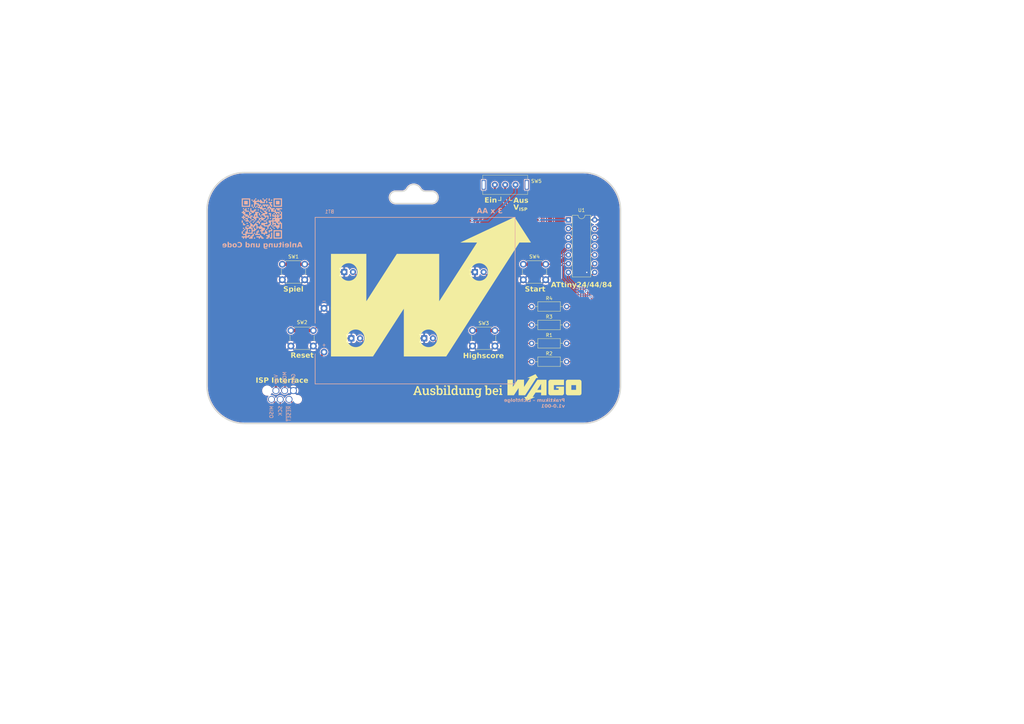
<source format=kicad_pcb>
(kicad_pcb (version 20240108) (generator "pcbnew") (generator_version "8.0")
  (title_block (title "Praktikum – Lichtfolge") (date "2025-06-04") (rev "v1.0") (company "WAGO GmbH & Co. KG") (comment 1 "Tobias Lauxtermann"))
  (layers (0 "F.Cu" signal) (31 "B.Cu" signal) (34 "B.Paste" user) (35 "F.Paste" user) (36 "B.SilkS" user "B.Silkscreen") (37 "F.SilkS" user "F.Silkscreen") (38 "B.Mask" user) (39 "F.Mask" user) (44 "Edge.Cuts" user))
  (net 0 "")
  (net 1 "GND")
  (net 2 "/V_{BAT}")
  (net 3 "Net-(D1-A)")
  (net 4 "Net-(D2-A)")
  (net 5 "Net-(D3-A)")
  (net 6 "Net-(D4-A)")
  (net 7 "/ISP_MOSI")
  (net 8 "/ISP_~{RESET}")
  (net 9 "/ISP_MISO")
  (net 10 "/ISP_SCK")
  (net 11 "VCC")
  (net 12 "/LED_1")
  (net 13 "/LED_2")
  (net 14 "/LED_3")
  (net 15 "/LED_4")
  (net 16 "/BUTTON_1")
  (net 17 "/BUTTON_2")
  (net 18 "/BUTTON_3")
  (net 19 "/BUTTON_4")
  (net 21 "/V_{ISP}")
  (footprint "Resistor_THT:R_Axial_DIN0207_L6.3mm_D2.5mm_P10.16mm_Horizontal" (layer "F.Cu") (at 154.178 104.902)
    (property "Reference" "R2")
    (property "Value" "270")
  )
  (footprint "WAGO_education:Wuerth_REDFIT_490107670612" (layer "F.Cu") (at 78.74 115.824 180)
    (property "Reference" "J1" (hide yes))
    (property "Value" "Wuerth REDFIT 490107670612" (hide yes))
  )
  (footprint "Package_DIP:DIP-14_W7.62mm" (layer "F.Cu") (at 164.846 63.754)
    (property "Reference" "U1")
    (property "Value" "ATtiny24A/44A/84A")
  )
  (footprint "Button_Switch_THT:SW_PUSH_6mm_H5mm" (layer "F.Cu") (at 84.36 95.86)
    (property "Reference" "SW2")
    (property "Value" "SW_Tactile_6mm")
  )
  (footprint "Resistor_THT:R_Axial_DIN0207_L6.3mm_D2.5mm_P10.16mm_Horizontal" (layer "F.Cu") (at 154.178 94.234)
    (property "Reference" "R3")
    (property "Value" "270")
  )
  (footprint "Button_Switch_THT:SW_PUSH_6mm_H5mm" (layer "F.Cu") (at 81.87 76.63)
    (property "Reference" "SW1")
    (property "Value" "SW_Tactile_6mm")
  )
  (footprint "WAGO_education:SPDT_slide_switch" (layer "F.Cu") (at 149.51 53.594 180)
    (property "Reference" "SW5")
    (property "Value" "SPDT_slide_switch" (hide yes))
  )
  (footprint "LED_THT:LED_D5.0mm" (layer "F.Cu") (at 101.895 98.12)
    (property "Reference" "D2" (hide yes))
    (property "Value" "Green")
  )
  (footprint "Resistor_THT:R_Axial_DIN0207_L6.3mm_D2.5mm_P10.16mm_Horizontal" (layer "F.Cu") (at 154.178 99.568)
    (property "Reference" "R1")
    (property "Value" "270")
  )
  (footprint "LED_THT:LED_D5.0mm" (layer "F.Cu") (at 123.025 98.11)
    (property "Reference" "D3" (hide yes))
    (property "Value" "Green")
  )
  (footprint "Button_Switch_THT:SW_PUSH_6mm_H5mm" (layer "F.Cu") (at 151.77 76.63)
    (property "Reference" "SW4")
    (property "Value" "SW_Tactile_6mm")
  )
  (footprint "LED_THT:LED_D5.0mm" (layer "F.Cu") (at 99.835 78.88)
    (property "Reference" "D1" (hide yes))
    (property "Value" "Green")
  )
  (footprint "LED_THT:LED_D5.0mm" (layer "F.Cu") (at 137.735 78.9)
    (property "Reference" "D4" (hide yes))
    (property "Value" "Green")
  )
  (footprint "Button_Switch_THT:SW_PUSH_6mm_H5mm" (layer "F.Cu") (at 137.04 95.86)
    (property "Reference" "SW3")
    (property "Value" "SW_Tactile_6mm")
  )
  (footprint "Resistor_THT:R_Axial_DIN0207_L6.3mm_D2.5mm_P10.16mm_Horizontal" (layer "F.Cu") (at 154.178 88.9)
    (property "Reference" "R4")
    (property "Value" "270")
  )
  (footprint "WAGO_education:Keystone_3x_AA_battery_holder_2464" (layer "B.Cu") (at 93.98 102.108 180)
    (property "Reference" "BT1")
    (property "Value" "Battery holder" (hide yes))
  )
  (footprint "LOGO" (layer "B.Cu") (at 75.946 63.373 180)
    (property "Reference" "G***" (hide yes))
    (property "Value" "LOGO" (hide yes))
  )
  (gr_line (start 91.405 111.328) (end 91.405 102.616) (stroke (width 0.2)) (layer "B.SilkS"))
  (gr_line (start 149.395 63.038) (end 149.395 111.328) (stroke (width 0.2)) (layer "B.SilkS"))
  (gr_line (start 149.395 111.328) (end 91.405 111.328) (stroke (width 0.2)) (layer "B.SilkS"))
  (gr_line (start 91.405 93.726) (end 91.405 63.038) (stroke (width 0.2)) (layer "B.SilkS"))
  (gr_line (start 91.405 63.038) (end 149.395 63.038) (stroke (width 0.2)) (layer "B.SilkS"))
  (gr_poly (pts (xy 138.512318 112.590943) (xy 138.533829 112.59173) (xy 138.554995 112.593054) (xy 138.575817 112.594928) (xy 138.596294 112.59736) (xy 138.616428 112.600362) (xy 138.636217 112.603945) (xy 138.655663 112.60812) (xy 138.674764 112.612897) (xy 138.693521 112.618287) (xy 138.711934 112.6243) (xy 138.730004 112.630948) (xy 138.747729 112.638242) (xy 138.765111 112.646191) (xy 138.782149 112.654807) (xy 138.798843 112.664101) (xy 138.815191 112.673307) (xy 138.831194 112.683024) (xy 138.846852 112.693247) (xy 138.862167 112.703969) (xy 138.877137 112.715186) (xy 138.891762 112.726892) (xy 138.906044 112.739082) (xy 138.919981 112.751751) (xy 138.933574 112.764893) (xy 138.946823 112.778502) (xy 138.959727 112.792574) (xy 138.972288 112.807103) (xy 138.984504 112.822084) (xy 138.996376 112.837511) (xy 139.007905 112.853379) (xy 139.019089 112.869682) (xy 139.055801 112.627396) (xy 139.444931 112.627396) (xy 139.676208 112.627396) (xy 139.676208 112.902718) (xy 139.444931 112.951864) (xy 139.444931 114.521652) (xy 139.444503 114.553057) (xy 139.443225 114.583946) (xy 139.441109 114.614318) (xy 139.438164 114.644174) (xy 139.434403 114.673514) (xy 139.429835 114.702338) (xy 139.424471 114.730645) (xy 139.418322 114.758436) (xy 139.411398 114.785711) (xy 139.403711 114.81247) (xy 139.39527 114.838712) (xy 139.386088 114.864439) (xy 139.376173 114.889649) (xy 139.365538 114.914342) (xy 139.354193 114.93852) (xy 139.342148 114.962181) (xy 139.328726 114.984595) (xy 139.314615 115.006407) (xy 139.299817 115.027616) (xy 139.284329 115.048223) (xy 139.268154 115.068228) (xy 139.25129 115.08763) (xy 139.233737 115.10643) (xy 139.215496 115.124628) (xy 139.196567 115.142223) (xy 139.176949 115.159216) (xy 139.156642 115.175606) (xy 139.135648 115.191394) (xy 139.113965 115.206579) (xy 139.091593 115.221162) (xy 139.068533 115.235142) (xy 139.044785 115.24852) (xy 139.020393 115.260524) (xy 138.9954 115.271753) (xy 138.969804 115.282207) (xy 138.943605 115.291888) (xy 138.916804 115.300793) (xy 138.8894 115.308924) (xy 138.861395 115.316281) (xy 138.832787 115.322863) (xy 138.803576 115.32867) (xy 138.773764 115.333703) (xy 138.743349 115.337962) (xy 138.712332 115.341447) (xy 138.680713 115.344157) (xy 138.648493 115.346092) (xy 138.61567 115.347254) (xy 138.582245 115.347641) (xy 138.54473 115.347118) (xy 138.506528 115.345519) (xy 138.467636 115.342802) (xy 138.428057 115.338923) (xy 138.387788 115.33384) (xy 138.346831 115.327508) (xy 138.305184 115.319886) (xy 138.262848 115.310928) (xy 138.219488 115.300783) (xy 138.177504 115.289648) (xy 138.136896 115.277567) (xy 138.097664 115.264582) (xy 138.059808 115.250736) (xy 138.023329 115.236073) (xy 137.988225 115.220636) (xy 137.954498 115.204468) (xy 138.049927 114.874077) (xy 138.079026 114.886286) (xy 138.108555 114.898109) (xy 138.138599 114.909502) (xy 138.169245 114.920423) (xy 138.200578 114.930827) (xy 138.232684 114.940672) (xy 138.26565 114.949914) (xy 138.299561 114.958511) (xy 138.333811 114.966255) (xy 138.367714 114.972965) (xy 138.401271 114.978643) (xy 138.434483 114.983289) (xy 138.467349 114.986902) (xy 138.499872 114.989482) (xy 138.532052 114.991031) (xy 138.563889 114.991547) (xy 138.590948 114.991073) (xy 138.617066 114.989647) (xy 138.642249 114.987263) (xy 138.666502 114.983918) (xy 138.68983 114.979604) (xy 138.712239 114.974317) (xy 138.733734 114.968051) (xy 138.75432 114.960801) (xy 138.774003 114.952562) (xy 138.792788 114.943328) (xy 138.810681 114.933093) (xy 138.827687 114.921853) (xy 138.843811 114.909602) (xy 138.859059 114.896335) (xy 138.873436 114.882046) (xy 138.886948 114.86673) (xy 138.899596 114.851159) (xy 138.911389 114.834739) (xy 138.922333 114.817479) (xy 138.932432 114.799392) (xy 138.941693 114.780486) (xy 138.95012 114.760774) (xy 138.957719 114.740266) (xy 138.964495 114.718973) (xy 138.970453 114.696905) (xy 138.9756 114.674074) (xy 138.97994 114.65049) (xy 138.983479 114.626163) (xy 138.986222 114.601106) (xy 138.988175 114.575327) (xy 138.989343 114.548839) (xy 138.989731 114.521652) (xy 138.989731 114.371147) (xy 138.978586 114.38474) (xy 138.967178 114.397984) (xy 138.955501 114.410872) (xy 138.943551 114.423401) (xy 138.931321 114.435563) (xy 138.918806 114.447355) (xy 138.906001 114.45877) (xy 138.8929 114.469804) (xy 138.879499 114.48045) (xy 138.865791 114.490704) (xy 138.851772 114.500559) (xy 138.837435 114.510012) (xy 138.822776 114.519055) (xy 138.807789 114.527684) (xy 138.792469 114.535894) (xy 138.77681 114.543678) (xy 138.761495 114.550993) (xy 138.745841 114.557797) (xy 138.729854 114.564095) (xy 138.713539 114.569894) (xy 138.696901 114.575198) (xy 138.679946 114.580012) (xy 138.662679 114.584343) (xy 138.645105 114.588195) (xy 138.627231 114.591574) (xy 138.609061 114.594485) (xy 138.590601 114.596933) (xy 138.571857 114.598924) (xy 138.552833 114.600464) (xy 138.533535 114.601557) (xy 138.513969 114.602209) (xy 138.494141 114.602425) (xy 138.464801 114.601993) (xy 138.435978 114.600689) (xy 138.407671 114.598504) (xy 138.37988 114.595425) (xy 138.352605 114.591443) (xy 138.325847 114.586547) (xy 138.299604 114.580726) (xy 138.273878 114.57397) (xy 138.248668 114.566267) (xy 138.223974 114.557607) (xy 138.199797 114.547979) (xy 138.176136 114.537372) (xy 138.152991 114.525777) (xy 138.130362 114.513181) (xy 138.10825 114.499575) (xy 138.086655 114.484947) (xy 138.065619 114.470064) (xy 138.045191 114.454338) (xy 138.025376 114.437783) (xy 138.00618 114.420416) (xy 137.987607 114.402253) (xy 137.969663 114.383311) (xy 137.952354 114.363605) (xy 137.935684 114.343151) (xy 137.91966 114.321966) (xy 137.904286 114.300066) (xy 137.889568 114.277467) (xy 137.875511 114.254185) (xy 137.862121 114.230236) (xy 137.849403 114.205636) (xy 137.837362 114.180402) (xy 137.826004 114.154549) (xy 137.814689 114.127447) (xy 137.804142 114.099829) (xy 137.794359 114.071694) (xy 137.785335 114.043043) (xy 137.777063 114.013876) (xy 137.769538 113.984192) (xy 137.762756 113.953992) (xy 137.75671 113.923276) (xy 137.751396 113.892043) (xy 137.746807 113.860294) (xy 137.74294 113.828029) (xy 137.739787 113.795247) (xy 137.737345 113.76195) (xy 137.735606 113.728135) (xy 137.734568 113.693805) (xy 137.734222 113.658958) (xy 138.18576 113.658958) (xy 138.186149 113.692256) (xy 138.187316 113.724693) (xy 138.189269 113.756269) (xy 138.192012 113.786986) (xy 138.195551 113.816842) (xy 138.199891 113.845838) (xy 138.205038 113.873974) (xy 138.210997 113.901249) (xy 138.217773 113.927664) (xy 138.225372 113.953218) (xy 138.233798 113.977912) (xy 138.243059 114.001745) (xy 138.253158 114.024717) (xy 138.264102 114.046829) (xy 138.275895 114.06808) (xy 138.288544 114.08847) (xy 138.295202 114.09829) (xy 138.302096 114.107787) (xy 138.309226 114.116964) (xy 138.31659 114.125819) (xy 138.324187 114.134355) (xy 138.332018 114.142571) (xy 138.340081 114.150468) (xy 138.348377 114.158048) (xy 138.356903 114.16531) (xy 138.365659 114.172256) (xy 138.374646 114.178886) (xy 138.383862 114.1852) (xy 138.393306 114.1912) (xy 138.402978 114.196886) (xy 138.412877 114.202259) (xy 138.423002 114.207319) (xy 138.433354 114.212068) (xy 138.44393 114.216505) (xy 138.454731 114.220631) (xy 138.465756 114.224448) (xy 138.488474 114.231154) (xy 138.512079 114.236629) (xy 138.536566 114.240878) (xy 138.56193 114.243906) (xy 138.588164 114.245719) (xy 138.615265 114.246323) (xy 138.631616 114.246108) (xy 138.647628 114.245462) (xy 138.663306 114.244387) (xy 138.678657 114.242881) (xy 138.693684 114.240945) (xy 138.708393 114.238579) (xy 138.722791 114.235783) (xy 138.736881 114.232556) (xy 138.75067 114.2289) (xy 138.764163 114.224813) (xy 138.777365 114.220296) (xy 138.790282 114.21535) (xy 138.802919 114.209973) (xy 138.815281 114.204166) (xy 138.827374 114.197928) (xy 138.839203 114.191261) (xy 138.850777 114.184163) (xy 138.862087 114.176641) (xy 138.873127 114.168699) (xy 138.883893 114.160342) (xy 138.894379 114.151578) (xy 138.904579 114.142409) (xy 138.914489 114.132843) (xy 138.924103 114.122885) (xy 138.933416 114.112539) (xy 138.942422 114.101812) (xy 138.951117 114.090708) (xy 138.959495 114.079233) (xy 138.96755 114.067393) (xy 138.975278 114.055192) (xy 138.982674 114.042637) (xy 138.989731 114.029732) (xy 138.989731 113.167038) (xy 138.982674 113.154174) (xy 138.975278 113.141729) (xy 138.96755 113.129692) (xy 138.959495 113.118054) (xy 138.951117 113.106803) (xy 138.942422 113.095928) (xy 138.933416 113.085419) (xy 138.924103 113.075265) (xy 138.914489 113.065455) (xy 138.904579 113.055978) (xy 138.894379 113.046824) (xy 138.883893 113.037982) (xy 138.873127 113.029441) (xy 138.862087 113.02119) (xy 138.850777 113.013219) (xy 138.839203 113.005516) (xy 138.827375 112.9982) (xy 138.815288 112.991396) (xy 138.802943 112.985097) (xy 138.79034 112.979299) (xy 138.777478 112.973995) (xy 138.764358 112.969181) (xy 138.75098 112.964851) (xy 138.737343 112.961) (xy 138.723448 112.957623) (xy 138.709295 112.954713) (xy 138.694884 112.952266) (xy 138.680214 112.950275) (xy 138.665287 112.948737) (xy 138.650102 112.947645) (xy 138.634659 112.946993) (xy 138.618958 112.946777) (xy 138.600587 112.947121) (xy 138.58264 112.948147) (xy 138.565114 112.94985) (xy 138.548001 112.952226) (xy 138.531297 112.955269) (xy 138.514996 112.958973) (xy 138.499094 112.963333) (xy 138.483583 112.968344) (xy 138.46846 112.974) (xy 138.453719 112.980296) (xy 138.439354 112.987227) (xy 138.42536 112.994787) (xy 138.411732 113.002971) (xy 138.398463 113.011773) (xy 138.38555 113.021189) (xy 138.372986 113.031212) (xy 138.361457 113.042441) (xy 138.350278 113.054111) (xy 138.339454 113.066233) (xy 138.32899 113.078818) (xy 138.318891 113.091876) (xy 138.309164 113.105418) (xy 138.299813 113.119455) (xy 138.290844 113.133997) (xy 138.282262 113.149056) (xy 138.274073 113.164641) (xy 138.266283 113.180764) (xy 138.258895 113.197436) (xy 138.251917 113.214667) (xy 138.245353 113.232467) (xy 138.239209 113.250849) (xy 138.23349 113.269821) (xy 138.22751 113.288622) (xy 138.221954 113.307847) (xy 138.216818 113.327491) (xy 138.212095 113.34755) (xy 138.207781 113.368016) (xy 138.203871 113.388886) (xy 138.200358 113.410153) (xy 138.197237 113.431813) (xy 138.192152 113.476289) (xy 138.188573 113.52227) (xy 138.186456 113.569713) (xy 138.18576 113.618576) (xy 138.18576 113.658958) (xy 137.734222 113.658958) (xy 137.734222 113.618576) (xy 137.735606 113.54269) (xy 137.739787 113.469212) (xy 137.74294 113.433377) (xy 137.746807 113.398143) (xy 137.751396 113.363512) (xy 137.75671 113.329483) (xy 137.762756 113.296056) (xy 137.769538 113.263232) (xy 137.777063 113.23101) (xy 137.785335 113.19939) (xy 137.794359 113.168372) (xy 137.804142 113.137957) (xy 137.814689 113.108144) (xy 137.826004 113.078934) (xy 137.837361 113.050411) (xy 137.849396 113.022669) (xy 137.862097 112.995712) (xy 137.875454 112.969545) (xy 137.889456 112.944175) (xy 137.904092 112.919606) (xy 137.919352 112.895844) (xy 137.935225 112.872893) (xy 137.951699 112.850761) (xy 137.968765 112.829451) (xy 137.986412 112.808969) (xy 138.004628 112.789321) (xy 138.023404 112.770511) (xy 138.042728 112.752546) (xy 138.062589 112.73543) (xy 138.082977 112.71917) (xy 138.104573 112.703812) (xy 138.126684 112.689407) (xy 138.149312 112.675958) (xy 138.172456 112.663473) (xy 138.196116 112.651955) (xy 138.220293 112.641411) (xy 138.244986 112.631845) (xy 138.270195 112.623263) (xy 138.295921 112.615671) (xy 138.322163 112.609074) (xy 138.348921 112.603477) (xy 138.376196 112.598885) (xy 138.403988 112.595305) (xy 138.432296 112.592741) (xy 138.461121 112.591198) (xy 138.490463 112.590683)) (stroke (width -0.000001)) (fill solid) (layer "F.SilkS"))
  (gr_poly (pts (xy 127.128792 112.843987) (xy 127.139329 112.828413) (xy 127.150286 112.813356) (xy 127.161652 112.798815) (xy 127.173416 112.784791) (xy 127.185567 112.771282) (xy 127.198095 112.75829) (xy 127.210989 112.745814) (xy 127.224237 112.733854) (xy 127.23783 112.722411) (xy 127.251756 112.711484) (xy 127.266005 112.701073) (xy 127.280566 112.691178) (xy 127.295428 112.681799) (xy 127.31058 112.672937) (xy 127.326012 112.664591) (xy 127.341713 112.656761) (xy 127.358362 112.64876) (xy 127.375275 112.641274) (xy 127.392457 112.634305) (xy 127.409913 112.627852) (xy 127.427648 112.621915) (xy 127.445669 112.616495) (xy 127.46398 112.611591) (xy 127.482587 112.607203) (xy 127.501495 112.603331) (xy 127.520709 112.599975) (xy 127.540236 112.597136) (xy 127.56008 112.594813) (xy 127.580247 112.593006) (xy 127.600742 112.591715) (xy 127.621571 112.590941) (xy 127.642738 112.590683) (xy 127.672036 112.591198) (xy 127.700743 112.592741) (xy 127.728869 112.595305) (xy 127.756425 112.598885) (xy 127.783422 112.603477) (xy 127.809871 112.609074) (xy 127.835782 112.615671) (xy 127.861166 112.623263) (xy 127.886034 112.631845) (xy 127.910396 112.641411) (xy 127.934263 112.651955) (xy 127.957647 112.663473) (xy 127.980557 112.675958) (xy 128.003004 112.689407) (xy 128.025 112.703812) (xy 128.046555 112.71917) (xy 128.066902 112.73543) (xy 128.086647 112.752546) (xy 128.10579 112.770511) (xy 128.124331 112.789321) (xy 128.14227 112.808969) (xy 128.159607 112.829451) (xy 128.176342 112.850761) (xy 128.192474 112.872893) (xy 128.208005 112.895844) (xy 128.222933 112.919606) (xy 128.237258 112.944175) (xy 128.250982 112.969545) (xy 128.264103 112.995712) (xy 128.276621 113.022669) (xy 128.288537 113.050411) (xy 128.29985 113.078934) (xy 128.310521 113.108144) (xy 128.320503 113.137957) (xy 128.329796 113.168372) (xy 128.3384 113.19939) (xy 128.346316 113.23101) (xy 128.353543 113.263232) (xy 128.360082 113.296056) (xy 128.365932 113.329483) (xy 128.371094 113.363512) (xy 128.375568 113.398143) (xy 128.379353 113.433377) (xy 128.38245 113.469212) (xy 128.384858 113.50565) (xy 128.386579 113.54269) (xy 128.387611 113.580332) (xy 128.387955 113.618576) (xy 128.387955 113.658958) (xy 128.386579 113.728286) (xy 128.384858 113.762263) (xy 128.38245 113.795762) (xy 128.379353 113.828767) (xy 128.375568 113.86126) (xy 128.371094 113.893226) (xy 128.365932 113.924649) (xy 128.360082 113.955513) (xy 128.353543 113.985802) (xy 128.346316 114.015499) (xy 128.3384 114.044588) (xy 128.329796 114.073054) (xy 128.320503 114.10088) (xy 128.310521 114.12805) (xy 128.29985 114.154549) (xy 128.288536 114.181006) (xy 128.276614 114.20669) (xy 128.264078 114.231599) (xy 128.250924 114.255733) (xy 128.237146 114.279093) (xy 128.222739 114.301679) (xy 128.207697 114.32349) (xy 128.192015 114.344527) (xy 128.175687 114.36479) (xy 128.158709 114.384278) (xy 128.141075 114.402992) (xy 128.12278 114.420932) (xy 128.103817 114.438097) (xy 128.084183 114.454488) (xy 128.063872 114.470105) (xy 128.042877 114.484947) (xy 128.021929 114.499575) (xy 128.000384 114.513181) (xy 127.978246 114.525777) (xy 127.955523 114.537372) (xy 127.932219 114.547979) (xy 127.908339 114.557607) (xy 127.883889 114.566267) (xy 127.858874 114.57397) (xy 127.8333 114.580726) (xy 127.807172 114.586547) (xy 127.780495 114.591443) (xy 127.753275 114.595425) (xy 127.725517 114.598504) (xy 127.697226 114.600689) (xy 127.668408 114.601993) (xy 127.639069 114.602425) (xy 127.616527 114.602166) (xy 127.594334 114.601385) (xy 127.572496 114.600077) (xy 127.551019 114.598237) (xy 127.529908 114.595859) (xy 127.509167 114.592938) (xy 127.488804 114.589469) (xy 127.468822 114.585445) (xy 127.449227 114.580863) (xy 127.430024 114.575715) (xy 127.41122 114.569997) (xy 127.392819 114.563704) (xy 127.374827 114.55683) (xy 127.357249 114.54937) (xy 127.34009 114.541318) (xy 127.323357 114.532669) (xy 127.307009 114.523463) (xy 127.291006 114.513741) (xy 127.275346 114.503502) (xy 127.260031 114.492747) (xy 127.24506 114.481475) (xy 127.230433 114.469687) (xy 127.21615 114.457383) (xy 127.202211 114.444563) (xy 127.188617 114.431226) (xy 127.175367 114.417374) (xy 127.162461 114.403005) (xy 127.149899 114.388119) (xy 127.137682 114.372718) (xy 127.125809 114.356801) (xy 127.11428 114.340367) (xy 127.103096 114.323418) (xy 127.066383 114.565704) (xy 126.677246 114.565704) (xy 126.677246 114.018723) (xy 127.128792 114.018723) (xy 127.135847 114.031669) (xy 127.143247 114.044348) (xy 127.150991 114.056746) (xy 127.159079 114.068854) (xy 127.167511 114.080662) (xy 127.176287 114.092157) (xy 127.185407 114.10333) (xy 127.194872 114.114169) (xy 127.204681 114.124664) (xy 127.214834 114.134805) (xy 127.225331 114.144579) (xy 127.236172 114.153978) (xy 127.247358 114.162989) (xy 127.258888 114.171602) (xy 127.270763 114.179807) (xy 127.282982 114.187592) (xy 127.294853 114.194905) (xy 127.307063 114.201707) (xy 127.319607 114.208004) (xy 127.332479 114.213801) (xy 127.345674 114.219104) (xy 127.359186 114.223917) (xy 127.37301 114.228247) (xy 127.38714 114.232098) (xy 127.401572 114.235475) (xy 127.4163 114.238385) (xy 127.431319 114.240833) (xy 127.446622 114.242824) (xy 127.462206 114.244362) (xy 127.478064 114.245455) (xy 127.494191 114.246107) (xy 127.510582 114.246323) (xy 127.537683 114.245719) (xy 127.563913 114.243906) (xy 127.58926 114.240878) (xy 127.613715 114.236629) (xy 127.637266 114.231154) (xy 127.659903 114.224448) (xy 127.681615 114.216505) (xy 127.702392 114.207319) (xy 127.722222 114.196886) (xy 127.741095 114.1852) (xy 127.759 114.172256) (xy 127.775926 114.158048) (xy 127.791864 114.142571) (xy 127.806801 114.125819) (xy 127.820728 114.107787) (xy 127.833633 114.08847) (xy 127.846282 114.068724) (xy 127.858075 114.048031) (xy 127.869019 114.026392) (xy 127.879118 114.003807) (xy 127.888379 113.980275) (xy 127.896806 113.955797) (xy 127.904404 113.930372) (xy 127.91118 113.904001) (xy 127.917139 113.876684) (xy 127.922286 113.84842) (xy 127.926626 113.819209) (xy 127.930165 113.789052) (xy 127.932908 113.757949) (xy 127.934861 113.725899) (xy 127.936029 113.692902) (xy 127.936417 113.658958) (xy 127.936417 113.618576) (xy 127.935721 113.568501) (xy 127.933607 113.520147) (xy 127.93003 113.473513) (xy 127.924948 113.4286) (xy 127.918317 113.385408) (xy 127.910094 113.343937) (xy 127.900237 113.304187) (xy 127.894682 113.284958) (xy 127.888702 113.266159) (xy 127.883022 113.247186) (xy 127.876992 113.22881) (xy 127.870608 113.211025) (xy 127.863863 113.193827) (xy 127.856752 113.177209) (xy 127.849271 113.161167) (xy 127.841413 113.145694) (xy 127.833174 113.130787) (xy 127.824547 113.116439) (xy 127.815528 113.102644) (xy 127.806111 113.089399) (xy 127.796291 113.076696) (xy 127.786062 113.064532) (xy 127.775419 113.0529) (xy 127.764356 113.041795) (xy 127.752869 113.031212) (xy 127.740952 113.021189) (xy 127.728605 113.011773) (xy 127.715828 113.002971) (xy 127.702621 112.994787) (xy 127.688983 112.987227) (xy 127.674915 112.980296) (xy 127.660418 112.974) (xy 127.64549 112.968344) (xy 127.630132 112.963333) (xy 127.614343 112.958973) (xy 127.598125 112.955269) (xy 127.581477 112.952226) (xy 127.564398 112.94985) (xy 127.546889 112.948147) (xy 127.528951 112.947121) (xy 127.510582 112.946777) (xy 127.49419 112.947035) (xy 127.478057 112.94781) (xy 127.462182 112.9491) (xy 127.446565 112.950907) (xy 127.431206 112.95323) (xy 127.416106 112.95607) (xy 127.401264 112.959425) (xy 127.386681 112.963297) (xy 127.372355 112.967685) (xy 127.358288 112.972589) (xy 127.344479 112.97801) (xy 127.330928 112.983946) (xy 127.317635 112.990399) (xy 127.3046 112.997368) (xy 127.291823 113.004854) (xy 127.279305 113.012856) (xy 127.267733 113.021287) (xy 127.256425 113.030063) (xy 127.245386 113.039184) (xy 127.234621 113.048648) (xy 127.224136 113.058457) (xy 127.213936 113.06861) (xy 127.204026 113.079107) (xy 127.194412 113.089948) (xy 127.185099 113.101133) (xy 127.176093 113.112662) (xy 127.167399 113.124536) (xy 127.159021 113.136753) (xy 127.150967 113.149315) (xy 127.14324 113.16222) (xy 127.135847 113.17547) (xy 127.128792 113.189064) (xy 127.128792 114.018723) (xy 126.677246 114.018723) (xy 126.677246 112.098763) (xy 126.390907 112.047371) (xy 126.390907 111.768364) (xy 127.128792 111.768364)) (stroke (width -0.000001)) (fill solid) (layer "F.SilkS"))
  (gr_poly (pts (xy 145.444122 112.186867) (xy 144.974213 112.186867) (xy 144.974213 111.768364) (xy 145.444122 111.768364)) (stroke (width -0.000001)) (fill solid) (layer "F.SilkS"))
  (gr_poly (pts (xy 130.467377 114.235313) (xy 130.735367 114.290375) (xy 130.735367 114.565704) (xy 129.744186 114.565704) (xy 129.744186 114.290375) (xy 130.015839 114.235313) (xy 130.015839 112.098763) (xy 129.729492 112.047371) (xy 129.729492 111.768364) (xy 130.467377 111.768364)) (stroke (width -0.000001)) (fill solid) (layer "F.SilkS"))
  (gr_line (start 145.25 58.125) (end 144.492 58.125) (stroke (width 0.2)) (layer "F.SilkS"))
  (gr_line (start 147.775 58.125) (end 148.5152 58.125) (stroke (width 0.2)) (layer "F.SilkS"))
  (gr_poly (pts (xy 141.293304 112.843987) (xy 141.303843 112.828413) (xy 141.314801 112.813356) (xy 141.326168 112.798815) (xy 141.337933 112.784791) (xy 141.350085 112.771282) (xy 141.362613 112.75829) (xy 141.375507 112.745814) (xy 141.388756 112.733854) (xy 141.402349 112.722411) (xy 141.416274 112.711484) (xy 141.430523 112.701073) (xy 141.445083 112.691178) (xy 141.459944 112.681799) (xy 141.475096 112.672937) (xy 141.490526 112.664591) (xy 141.506226 112.656761) (xy 141.522878 112.64876) (xy 141.539793 112.641274) (xy 141.556977 112.634305) (xy 141.574435 112.627852) (xy 141.592173 112.621915) (xy 141.610195 112.616495) (xy 141.628508 112.611591) (xy 141.647116 112.607203) (xy 141.666025 112.603331) (xy 141.68524 112.599975) (xy 141.704767 112.597136) (xy 141.724611 112.594813) (xy 141.744778 112.593006) (xy 141.765272 112.591715) (xy 141.7861 112.590941) (xy 141.807266 112.590683) (xy 141.836564 112.591198) (xy 141.86527 112.592741) (xy 141.893395 112.595305) (xy 141.92095 112.598885) (xy 141.947945 112.603477) (xy 141.974392 112.609074) (xy 142.000301 112.615671) (xy 142.025682 112.623263) (xy 142.050548 112.631845) (xy 142.074908 112.641411) (xy 142.098774 112.651955) (xy 142.122155 112.663473) (xy 142.145064 112.675958) (xy 142.16751 112.689407) (xy 142.189505 112.703812) (xy 142.21106 112.71917) (xy 142.231409 112.73543) (xy 142.251157 112.752546) (xy 142.270302 112.770511) (xy 142.288845 112.789321) (xy 142.306785 112.808969) (xy 142.324124 112.829451) (xy 142.340859 112.850761) (xy 142.356993 112.872893) (xy 142.372524 112.895844) (xy 142.387452 112.919606) (xy 142.401778 112.944175) (xy 142.415502 112.969545) (xy 142.428623 112.995712) (xy 142.441141 113.022669) (xy 142.453057 113.050411) (xy 142.464371 113.078934) (xy 142.475039 113.108144) (xy 142.485019 113.137957) (xy 142.494312 113.168372) (xy 142.502917 113.19939) (xy 142.510833 113.23101) (xy 142.518062 113.263232) (xy 142.524602 113.296056) (xy 142.530455 113.329483) (xy 142.535619 113.363512) (xy 142.540094 113.398143) (xy 142.543882 113.433377) (xy 142.546981 113.469212) (xy 142.549391 113.50565) (xy 142.551113 113.54269) (xy 142.552146 113.580332) (xy 142.55249 113.618576) (xy 142.55249 113.658958) (xy 142.551113 113.728286) (xy 142.549391 113.762263) (xy 142.546981 113.795762) (xy 142.543882 113.828767) (xy 142.540094 113.86126) (xy 142.535619 113.893226) (xy 142.530455 113.924649) (xy 142.524602 113.955513) (xy 142.518062 113.985802) (xy 142.510833 114.015499) (xy 142.502917 114.044588) (xy 142.494312 114.073054) (xy 142.485019 114.10088) (xy 142.475039 114.12805) (xy 142.464371 114.154549) (xy 142.453056 114.181006) (xy 142.441134 114.20669) (xy 142.428599 114.231599) (xy 142.415445 114.255733) (xy 142.401667 114.279093) (xy 142.387259 114.301679) (xy 142.372217 114.32349) (xy 142.356535 114.344527) (xy 142.340208 114.36479) (xy 142.323229 114.384278) (xy 142.305595 114.402992) (xy 142.2873 114.420932) (xy 142.268338 114.438097) (xy 142.248703 114.454488) (xy 142.228392 114.470105) (xy 142.207397 114.484947) (xy 142.186447 114.499575) (xy 142.164899 114.513181) (xy 142.14276 114.525777) (xy 142.120036 114.537372) (xy 142.09673 114.547979) (xy 142.07285 114.557607) (xy 142.048399 114.566267) (xy 142.023384 114.57397) (xy 141.99781 114.580726) (xy 141.971681 114.586547) (xy 141.945004 114.591443) (xy 141.917783 114.595425) (xy 141.890025 114.598504) (xy 141.861733 114.600689) (xy 141.832914 114.601993) (xy 141.803574 114.602425) (xy 141.781035 114.602166) (xy 141.758846 114.601385) (xy 141.737011 114.600077) (xy 141.715535 114.598237) (xy 141.694425 114.595859) (xy 141.673685 114.592938) (xy 141.653321 114.589469) (xy 141.633339 114.585445) (xy 141.613744 114.580863) (xy 141.594541 114.575715) (xy 141.575736 114.569997) (xy 141.557334 114.563704) (xy 141.539341 114.55683) (xy 141.521762 114.54937) (xy 141.504603 114.541318) (xy 141.487869 114.532669) (xy 141.471524 114.523463) (xy 141.455523 114.513741) (xy 141.439865 114.503502) (xy 141.42455 114.492747) (xy 141.409579 114.481475) (xy 141.394952 114.469687) (xy 141.380669 114.457383) (xy 141.36673 114.444563) (xy 141.353135 114.431226) (xy 141.339883 114.417374) (xy 141.326977 114.403005) (xy 141.314414 114.388119) (xy 141.302196 114.372718) (xy 141.290322 114.356801) (xy 141.278793 114.340367) (xy 141.267609 114.323418) (xy 141.230911 114.565704) (xy 140.841766 114.565704) (xy 140.841766 114.018723) (xy 141.293304 114.018723) (xy 141.30036 114.031669) (xy 141.30776 114.044348) (xy 141.315504 114.056746) (xy 141.323591 114.068854) (xy 141.332023 114.080662) (xy 141.3408 114.092157) (xy 141.34992 114.10333) (xy 141.359385 114.114169) (xy 141.369193 114.124664) (xy 141.379346 114.134805) (xy 141.389844 114.144579) (xy 141.400685 114.153978) (xy 141.411871 114.162989) (xy 141.423401 114.171602) (xy 141.435276 114.179807) (xy 141.447495 114.187592) (xy 141.459365 114.194905) (xy 141.471574 114.201707) (xy 141.484118 114.208004) (xy 141.496989 114.213801) (xy 141.510184 114.219104) (xy 141.523697 114.223917) (xy 141.537522 114.228247) (xy 141.551653 114.232098) (xy 141.566086 114.235475) (xy 141.580814 114.238385) (xy 141.595833 114.240833) (xy 141.611137 114.242824) (xy 141.626721 114.244362) (xy 141.642578 114.245455) (xy 141.658705 114.246107) (xy 141.675095 114.246323) (xy 141.702197 114.245719) (xy 141.728428 114.243906) (xy 141.753776 114.240878) (xy 141.778232 114.236629) (xy 141.801784 114.231154) (xy 141.824421 114.224448) (xy 141.846134 114.216505) (xy 141.866911 114.207319) (xy 141.886741 114.196886) (xy 141.905615 114.1852) (xy 141.92352 114.172256) (xy 141.940447 114.158048) (xy 141.956384 114.142571) (xy 141.971322 114.125819) (xy 141.985248 114.107787) (xy 141.998154 114.08847) (xy 142.010802 114.068724) (xy 142.022595 114.048031) (xy 142.033539 114.026392) (xy 142.043638 114.003807) (xy 142.052899 113.980275) (xy 142.061326 113.955797) (xy 142.068925 113.930372) (xy 142.075701 113.904001) (xy 142.081659 113.876684) (xy 142.086806 113.84842) (xy 142.091146 113.819209) (xy 142.094685 113.789052) (xy 142.097428 113.757949) (xy 142.099381 113.725899) (xy 142.100549 113.692902) (xy 142.100937 113.658958) (xy 142.100937 113.618576) (xy 142.100241 113.568501) (xy 142.098125 113.520147) (xy 142.094545 113.473513) (xy 142.08946 113.4286) (xy 142.082827 113.385408) (xy 142.074602 113.343937) (xy 142.064743 113.304187) (xy 142.059187 113.284958) (xy 142.053207 113.266159) (xy 142.04753 113.247186) (xy 142.041502 113.22881) (xy 142.03512 113.211025) (xy 142.028376 113.193827) (xy 142.021267 113.177209) (xy 142.013787 113.161167) (xy 142.00593 113.145694) (xy 141.99769 113.130787) (xy 141.989063 113.116439) (xy 141.980044 113.102644) (xy 141.970626 113.089399) (xy 141.960804 113.076696) (xy 141.950574 113.064532) (xy 141.939929 113.0529) (xy 141.928864 113.041795) (xy 141.917374 113.031212) (xy 141.90546 113.021189) (xy 141.893115 113.011773) (xy 141.88034 113.002971) (xy 141.867134 112.994787) (xy 141.853498 112.987227) (xy 141.839432 112.980296) (xy 141.824935 112.974) (xy 141.810007 112.968344) (xy 141.794649 112.963333) (xy 141.778861 112.958973) (xy 141.762642 112.955269) (xy 141.745993 112.952226) (xy 141.728914 112.94985) (xy 141.711405 112.948147) (xy 141.693465 112.947121) (xy 141.675095 112.946777) (xy 141.658704 112.947035) (xy 141.642571 112.94781) (xy 141.626696 112.9491) (xy 141.61108 112.950907) (xy 141.595721 112.95323) (xy 141.58062 112.95607) (xy 141.565778 112.959425) (xy 141.551193 112.963297) (xy 141.536867 112.967685) (xy 141.522799 112.972589) (xy 141.508989 112.97801) (xy 141.495438 112.983946) (xy 141.482145 112.990399) (xy 141.469111 112.997368) (xy 141.456335 113.004854) (xy 141.443817 113.012856) (xy 141.432246 113.021287) (xy 141.420938 113.030063) (xy 141.409898 113.039184) (xy 141.399134 113.048648) (xy 141.388649 113.058457) (xy 141.378448 113.06861) (xy 141.368539 113.079107) (xy 141.358925 113.089948) (xy 141.349612 113.101133) (xy 141.340606 113.112662) (xy 141.331911 113.124536) (xy 141.323534 113.136753) (xy 141.315479 113.149315) (xy 141.307753 113.16222) (xy 141.300359 113.17547) (xy 141.293304 113.189064) (xy 141.293304 114.018723) (xy 140.841766 114.018723) (xy 140.841766 112.098763) (xy 140.555435 112.047371) (xy 140.555435 111.768364) (xy 141.293304 111.768364)) (stroke (width -0.000001)) (fill solid) (layer "F.SilkS"))
  (gr_poly (pts (xy 155.868301 110.137039) (xy 158.497345 110.137039) (xy 158.497345 114.648407) (xy 156.926132 114.648407) (xy 156.926132 113.855026) (xy 155.308273 113.855026) (xy 154.48378 115.130661) (xy 155.183823 115.130661) (xy 152.772568 116.250725) (xy 152.041428 115.130661) (xy 152.601456 115.130661) (xy 153.950808 113.061646) (xy 155.82164 113.061646) (xy 156.926132 113.061646) (xy 156.926132 111.350441) (xy 155.82164 113.061646) (xy 153.950808 113.061646) (xy 155.868301 110.121475)) (stroke (width -0.000001)) (fill solid) (layer "F.SilkS"))
  (gr_line (start 145.25 57.125) (end 145.25 58.125) (stroke (width 0.2)) (layer "F.SilkS"))
  (gr_poly (pts (xy 156.054993 109.623672) (xy 155.541611 109.623672) (xy 152.290329 114.632858) (xy 150.40799 114.632858) (xy 150.40799 112.53273) (xy 149.039017 114.632858) (xy 147.172241 114.632858) (xy 147.172241 110.121475) (xy 148.743454 110.121475) (xy 148.743454 112.206047) (xy 150.096848 110.121475) (xy 151.979187 110.121475) (xy 151.979187 112.206047) (xy 153.659286 109.623672) (xy 152.912567 109.623672) (xy 155.323822 108.503609)) (stroke (width -0.000001)) (fill solid) (layer "F.SilkS"))
  (gr_poly (pts (xy 132.633301 114.235313) (xy 132.901291 114.290375) (xy 132.901291 114.565704) (xy 132.240494 114.565704) (xy 132.203781 114.330757) (xy 132.192557 114.347061) (xy 132.180918 114.362924) (xy 132.168881 114.378334) (xy 132.156463 114.393282) (xy 132.143679 114.407757) (xy 132.130545 114.421747) (xy 132.117077 114.435243) (xy 132.103292 114.448233) (xy 132.089206 114.460706) (xy 132.074835 114.472653) (xy 132.060195 114.484063) (xy 132.045301 114.494923) (xy 132.030171 114.505225) (xy 132.01482 114.514957) (xy 131.999265 114.524109) (xy 131.983521 114.532669) (xy 131.966829 114.541318) (xy 131.949793 114.54937) (xy 131.932414 114.55683) (xy 131.91469 114.563704) (xy 131.896622 114.569997) (xy 131.87821 114.575715) (xy 131.859453 114.580863) (xy 131.840353 114.585445) (xy 131.820908 114.589469) (xy 131.801119 114.592938) (xy 131.780986 114.595859) (xy 131.760509 114.598237) (xy 131.739687 114.600077) (xy 131.718521 114.601385) (xy 131.69701 114.602166) (xy 131.675156 114.602425) (xy 131.646462 114.601993) (xy 131.61821 114.600689) (xy 131.59041 114.598504) (xy 131.563072 114.595425) (xy 131.536208 114.591443) (xy 131.509828 114.586547) (xy 131.483943 114.580726) (xy 131.458563 114.57397) (xy 131.433699 114.566267) (xy 131.409363 114.557607) (xy 131.385564 114.547979) (xy 131.362314 114.537372) (xy 131.339622 114.525777) (xy 131.3175 114.513181) (xy 131.295959 114.499575) (xy 131.275009 114.484947) (xy 131.254015 114.470064) (xy 131.233704 114.454338) (xy 131.21407 114.437783) (xy 131.195109 114.420416) (xy 131.176814 114.402253) (xy 131.159181 114.383311) (xy 131.142204 114.363605) (xy 131.125877 114.343151) (xy 131.110196 114.321966) (xy 131.095154 114.300066) (xy 131.080747 114.277467) (xy 131.066968 114.254185) (xy 131.053814 114.230236) (xy 131.041277 114.205636) (xy 131.029353 114.180402) (xy 131.018036 114.154549) (xy 131.007368 114.127447) (xy 130.997388 114.099829) (xy 130.988096 114.071694) (xy 130.979492 114.043043) (xy 130.971577 114.013876) (xy 130.96435 113.984192) (xy 130.95781 113.953992) (xy 130.95196 113.923276) (xy 130.946797 113.892043) (xy 130.942323 113.860294) (xy 130.938537 113.828029) (xy 130.935439 113.795247) (xy 130.933029 113.76195) (xy 130.931308 113.728135) (xy 130.930276 113.693805) (xy 130.929932 113.658958) (xy 131.38147 113.658958) (xy 131.381857 113.692256) (xy 131.383019 113.724693) (xy 131.384955 113.756269) (xy 131.387666 113.786986) (xy 131.391152 113.816842) (xy 131.395411 113.845838) (xy 131.400445 113.873974) (xy 131.406254 113.901249) (xy 131.412836 113.927664) (xy 131.420193 113.953218) (xy 131.428324 113.977912) (xy 131.43723 114.001745) (xy 131.446909 114.024717) (xy 131.457362 114.046829) (xy 131.46859 114.06808) (xy 131.480591 114.08847) (xy 131.487237 114.09829) (xy 131.4941 114.107787) (xy 131.501178 114.116964) (xy 131.508474 114.125819) (xy 131.515988 114.134355) (xy 131.52372 114.142571) (xy 131.531672 114.150468) (xy 131.539843 114.158048) (xy 131.548235 114.16531) (xy 131.556847 114.172256) (xy 131.565682 114.178886) (xy 131.574739 114.1852) (xy 131.58402 114.1912) (xy 131.593524 114.196886) (xy 131.603253 114.202259) (xy 131.613207 114.207319) (xy 131.623387 114.212068) (xy 131.633793 114.216505) (xy 131.644427 114.220631) (xy 131.655289 114.224448) (xy 131.666379 114.227955) (xy 131.677698 114.231154) (xy 131.701028 114.236629) (xy 131.725282 114.240878) (xy 131.750467 114.243906) (xy 131.776588 114.245719) (xy 131.80365 114.246323) (xy 131.819392 114.246108) (xy 131.834952 114.245462) (xy 131.850318 114.244387) (xy 131.865479 114.242881) (xy 131.880426 114.240945) (xy 131.895147 114.238579) (xy 131.909631 114.235783) (xy 131.923868 114.232556) (xy 131.937847 114.2289) (xy 131.951557 114.224813) (xy 131.964988 114.220296) (xy 131.978129 114.21535) (xy 131.990968 114.209973) (xy 132.003496 114.204166) (xy 132.015701 114.197928) (xy 132.027573 114.191261) (xy 132.039145 114.183518) (xy 132.050459 114.17543) (xy 132.061516 114.166998) (xy 132.072314 114.158222) (xy 132.082853 114.149102) (xy 132.093135 114.139638) (xy 132.103159 114.129829) (xy 132.112925 114.119677) (xy 132.122432 114.10918) (xy 132.131682 114.098339) (xy 132.140673 114.087153) (xy 132.149407 114.075624) (xy 132.157883 114.06375) (xy 132.166101 114.051532) (xy 132.174061 114.038969) (xy 132.181763 114.026062) (xy 132.181763 113.170708) (xy 132.174061 113.157801) (xy 132.166101 113.145238) (xy 132.157883 113.133021) (xy 132.149407 113.121147) (xy 132.140673 113.109618) (xy 132.131682 113.098433) (xy 132.122432 113.087593) (xy 132.112925 113.077097) (xy 132.103159 113.066945) (xy 132.093135 113.057137) (xy 132.082853 113.047674) (xy 132.072314 113.038554) (xy 132.061516 113.029779) (xy 132.050459 113.021347) (xy 132.039145 113.01326) (xy 132.027573 113.005516) (xy 132.015742 112.9982) (xy 132.003654 112.991396) (xy 131.991307 112.985097) (xy 131.978703 112.979299) (xy 131.965841 112.973995) (xy 131.95272 112.969181) (xy 131.939342 112.964851) (xy 131.925705 112.961) (xy 131.91181 112.957623) (xy 131.897657 112.954713) (xy 131.883245 112.952266) (xy 131.868576 112.950275) (xy 131.853647 112.948737) (xy 131.838461 112.947645) (xy 131.823016 112.946993) (xy 131.807312 112.946777) (xy 131.788944 112.947121) (xy 131.771006 112.948147) (xy 131.753498 112.94985) (xy 131.736419 112.952226) (xy 131.719771 112.955269) (xy 131.703552 112.958973) (xy 131.687762 112.963333) (xy 131.672403 112.968344) (xy 131.657474 112.974) (xy 131.642975 112.980296) (xy 131.628907 112.987227) (xy 131.615268 112.994787) (xy 131.60206 113.002971) (xy 131.589282 113.011773) (xy 131.576935 113.021189) (xy 131.565018 113.031212) (xy 131.553492 113.042441) (xy 131.542315 113.054111) (xy 131.531493 113.066233) (xy 131.52103 113.078818) (xy 131.510933 113.091876) (xy 131.501207 113.105418) (xy 131.491857 113.119455) (xy 131.482889 113.133997) (xy 131.474308 113.149056) (xy 131.46612 113.164641) (xy 131.458329 113.180764) (xy 131.450942 113.197436) (xy 131.443964 113.214667) (xy 131.4374 113.232467) (xy 131.431256 113.250849) (xy 131.425537 113.269821) (xy 131.420199 113.288622) (xy 131.415206 113.307847) (xy 131.406253 113.34755) (xy 131.398679 113.388886) (xy 131.392483 113.431813) (xy 131.387664 113.476289) (xy 131.384223 113.52227) (xy 131.382158 113.569713) (xy 131.38147 113.618576) (xy 131.38147 113.658958) (xy 130.929932 113.658958) (xy 130.929932 113.618576) (xy 130.931308 113.54269) (xy 130.935439 113.469212) (xy 130.942323 113.398143) (xy 130.95196 113.329483) (xy 130.95781 113.296056) (xy 130.96435 113.263232) (xy 130.971577 113.23101) (xy 130.979492 113.19939) (xy 130.988096 113.168372) (xy 130.997388 113.137957) (xy 131.007368 113.108144) (xy 131.018036 113.078934) (xy 131.029393 113.050411) (xy 131.041428 113.022669) (xy 131.054129 112.995712) (xy 131.067486 112.969545) (xy 131.081488 112.944175) (xy 131.096124 112.919606) (xy 131.111384 112.895844) (xy 131.127256 112.872893) (xy 131.143731 112.850761) (xy 131.160797 112.829451) (xy 131.178444 112.808969) (xy 131.19666 112.789321) (xy 131.215436 112.770511) (xy 131.23476 112.752546) (xy 131.254621 112.73543) (xy 131.275009 112.71917) (xy 131.295959 112.703812) (xy 131.3175 112.689407) (xy 131.339622 112.675958) (xy 131.362314 112.663473) (xy 131.385564 112.651955) (xy 131.409363 112.641411) (xy 131.433699 112.631845) (xy 131.458563 112.623263) (xy 131.483943 112.615671) (xy 131.509828 112.609074) (xy 131.536208 112.603477) (xy 131.563072 112.598885) (xy 131.59041 112.595305) (xy 131.61821 112.592741) (xy 131.646462 112.591198) (xy 131.675156 112.590683) (xy 131.695635 112.59094) (xy 131.715776 112.591708) (xy 131.735583 112.592982) (xy 131.755061 112.594756) (xy 131.774217 112.597024) (xy 131.793056 112.599782) (xy 131.811582 112.603023) (xy 131.829802 112.606744) (xy 131.84772 112.610937) (xy 131.865342 112.615599) (xy 131.882674 112.620723) (xy 131.899721 112.626304) (xy 131.916488 112.632337) (xy 131.932981 112.638816) (xy 131.949204 112.645736) (xy 131.965164 112.653091) (xy 131.980827 112.661525) (xy 131.996156 112.670313) (xy 132.011162 112.679467) (xy 132.025856 112.688998) (xy 132.040248 112.698915) (xy 132.05435 112.709231) (xy 132.068173 112.719955) (xy 132.081726 112.731099) (xy 132.095021 112.742673) (xy 132.108069 112.754689) (xy 132.12088 112.767156) (xy 132.133465 112.780085) (xy 132.145835 112.793489) (xy 132.158001 112.807376) (xy 132.169973 112.821759) (xy 132.181763 112.836647) (xy 132.181763 112.098763) (xy 131.895416 112.047371) (xy 131.895416 111.768364) (xy 132.633301 111.768364)) (stroke (width -0.000001)) (fill solid) (layer "F.SilkS"))
  (gr_poly (pts (xy 129.309845 112.186867) (xy 128.839951 112.186867) (xy 128.839951 111.768364) (xy 129.309845 111.768364)) (stroke (width -0.000001)) (fill solid) (layer "F.SilkS"))
  (gr_poly (pts (xy 129.309845 114.235313) (xy 129.574173 114.290375) (xy 129.574173 114.565704) (xy 128.586655 114.565704) (xy 128.586655 114.290375) (xy 128.858307 114.235313) (xy 128.858307 112.957787) (xy 128.57196 112.902718) (xy 128.57196 112.627396) (xy 129.309845 112.627396)) (stroke (width -0.000001)) (fill solid) (layer "F.SilkS"))
  (gr_poly (pts (xy 123.109215 113.794785) (xy 123.109557 113.825199) (xy 123.110577 113.85449) (xy 123.112264 113.882651) (xy 123.114607 113.909678) (xy 123.117596 113.935564) (xy 123.121219 113.960305) (xy 123.125466 113.983895) (xy 123.130325 114.006329) (xy 123.135787 114.027601) (xy 123.141841 114.047706) (xy 123.148475 114.066639) (xy 123.155679 114.084394) (xy 123.163443 114.100967) (xy 123.171754 114.116351) (xy 123.180603 114.130541) (xy 123.18998 114.143532) (xy 123.200608 114.156182) (xy 123.211849 114.167976) (xy 123.223714 114.178921) (xy 123.236213 114.189021) (xy 123.249357 114.198282) (xy 123.263158 114.20671) (xy 123.277625 114.214309) (xy 123.292769 114.221086) (xy 123.308602 114.227045) (xy 123.325135 114.232192) (xy 123.342377 114.236532) (xy 123.36034 114.240071) (xy 123.379034 114.242814) (xy 123.39847 114.244767) (xy 123.41866 114.245935) (xy 123.439613 114.246323) (xy 123.45738 114.246107) (xy 123.474884 114.245455) (xy 123.492118 114.244362) (xy 123.509078 114.242824) (xy 123.525758 114.240833) (xy 123.542153 114.238385) (xy 123.558257 114.235475) (xy 123.574066 114.232098) (xy 123.589574 114.228247) (xy 123.604775 114.223917) (xy 123.619664 114.219104) (xy 123.634237 114.213801) (xy 123.648486 114.208004) (xy 123.662408 114.201707) (xy 123.675997 114.194905) (xy 123.689247 114.187592) (xy 123.701507 114.180493) (xy 123.713503 114.172964) (xy 123.72523 114.165005) (xy 123.736683 114.156616) (xy 123.747856 114.147797) (xy 123.758744 114.138548) (xy 123.769342 114.128869) (xy 123.779644 114.118759) (xy 123.789645 114.108219) (xy 123.799339 114.097249) (xy 123.808722 114.085849) (xy 123.817787 114.074018) (xy 123.82653 114.061757) (xy 123.834945 114.049066) (xy 123.843026 114.035944) (xy 123.850769 114.022392) (xy 123.850769 112.957787) (xy 123.608482 112.902718) (xy 123.608482 112.627396) (xy 124.302307 112.627396) (xy 124.302307 114.235313) (xy 124.533585 114.290375) (xy 124.533585 114.565704) (xy 123.902168 114.565704) (xy 123.872795 114.301392) (xy 123.861528 114.319676) (xy 123.84976 114.337364) (xy 123.837508 114.354461) (xy 123.824788 114.370971) (xy 123.811616 114.3869) (xy 123.798008 114.402254) (xy 123.783981 114.417037) (xy 123.76955 114.431256) (xy 123.754732 114.444916) (xy 123.739543 114.458022) (xy 123.723999 114.47058) (xy 123.708116 114.482594) (xy 123.69191 114.494071) (xy 123.675398 114.505016) (xy 123.658595 114.515433) (xy 123.641518 114.52533) (xy 123.623492 114.534664) (xy 123.605208 114.543397) (xy 123.586666 114.551528) (xy 123.567866 114.559057) (xy 123.548808 114.565983) (xy 123.529493 114.572307) (xy 123.509919 114.578029) (xy 123.490088 114.583149) (xy 123.469998 114.587667) (xy 123.44965 114.591582) (xy 123.429044 114.594895) (xy 123.40818 114.597605) (xy 123.387058 114.599714) (xy 123.365678 114.60122) (xy 123.34404 114.602123) (xy 123.322144 114.602425) (xy 123.283467 114.60165) (xy 123.245904 114.599327) (xy 123.209449 114.595455) (xy 123.174096 114.590034) (xy 123.139839 114.583064) (xy 123.106675 114.574545) (xy 123.074597 114.564478) (xy 123.043599 114.552861) (xy 123.013677 114.539696) (xy 122.984825 114.524982) (xy 122.957038 114.508719) (xy 122.93031 114.490908) (xy 122.904637 114.471548) (xy 122.880011 114.450639) (xy 122.856429 114.428181) (xy 122.833885 114.404175) (xy 122.812548 114.378537) (xy 122.792587 114.351184) (xy 122.774003 114.322121) (xy 122.756795 114.291353) (xy 122.740964 114.258886) (xy 122.726509 114.224724) (xy 122.713431 114.188874) (xy 122.70173 114.15134) (xy 122.691405 114.112129) (xy 122.682457 114.071245) (xy 122.674885 114.028693) (xy 122.66869 113.98448) (xy 122.663872 113.93861) (xy 122.66043 113.891089) (xy 122.658365 113.841922) (xy 122.657677 113.791115) (xy 122.657677 112.957787) (xy 122.441093 112.902718) (xy 122.441093 112.627396) (xy 123.109215 112.627396)) (stroke (width -0.000001)) (fill solid) (layer "F.SilkS"))
  (gr_line (start 147.775 57.125) (end 147.775 58.125) (stroke (width 0.2)) (layer "F.SilkS"))
  (gr_poly (pts (xy 133.729797 113.794785) (xy 133.73014 113.825199) (xy 133.731159 113.85449) (xy 133.732845 113.882651) (xy 133.735188 113.909678) (xy 133.738175 113.935564) (xy 133.741796 113.960305) (xy 133.746042 113.983895) (xy 133.7509 114.006329) (xy 133.756361 114.027601) (xy 133.762413 114.047706) (xy 133.769046 114.066639) (xy 133.776249 114.084394) (xy 133.784011 114.100967) (xy 133.792322 114.116351) (xy 133.801171 114.130541) (xy 133.810547 114.143532) (xy 133.821175 114.156182) (xy 133.832417 114.167976) (xy 133.844282 114.178921) (xy 133.856781 114.189021) (xy 133.869927 114.198282) (xy 133.883728 114.20671) (xy 133.898196 114.214309) (xy 133.913342 114.221086) (xy 133.929176 114.227045) (xy 133.945709 114.232192) (xy 133.962952 114.236532) (xy 133.980916 114.240071) (xy 133.999612 114.242814) (xy 134.01905 114.244767) (xy 134.039241 114.245935) (xy 134.060196 114.246323) (xy 134.077962 114.246107) (xy 134.095464 114.245455) (xy 134.112697 114.244362) (xy 134.129656 114.242824) (xy 134.146335 114.240833) (xy 134.162729 114.238385) (xy 134.178833 114.235475) (xy 134.194641 114.232098) (xy 134.210148 114.228247) (xy 134.225348 114.223917) (xy 134.240237 114.219104) (xy 134.254808 114.213801) (xy 134.269057 114.208004) (xy 134.282978 114.201707) (xy 134.296566 114.194905) (xy 134.309814 114.187592) (xy 134.322075 114.180493) (xy 134.334072 114.172964) (xy 134.3458 114.165005) (xy 134.357254 114.156616) (xy 134.368427 114.147797) (xy 134.379315 114.138548) (xy 134.389913 114.128869) (xy 134.400215 114.118759) (xy 134.410216 114.108219) (xy 134.41991 114.097249) (xy 134.429293 114.085849) (xy 134.438359 114.074018) (xy 134.447102 114.061757) (xy 134.455517 114.049066) (xy 134.4636 114.035944) (xy 134.471344 114.022392) (xy 134.471344 112.957787) (xy 134.229065 112.902718) (xy 134.229065 112.627396) (xy 134.922882 112.627396) (xy 134.922882 114.235313) (xy 135.15416 114.290375) (xy 135.15416 114.565704) (xy 134.522736 114.565704) (xy 134.493362 114.301392) (xy 134.482095 114.319676) (xy 134.470327 114.337364) (xy 134.458075 114.354461) (xy 134.445355 114.370971) (xy 134.432183 114.3869) (xy 134.418575 114.402254) (xy 134.404548 114.417037) (xy 134.390118 114.431256) (xy 134.3753 114.444916) (xy 134.360111 114.458022) (xy 134.344566 114.47058) (xy 134.328683 114.482594) (xy 134.312478 114.494071) (xy 134.295965 114.505016) (xy 134.279162 114.515433) (xy 134.262085 114.52533) (xy 134.24406 114.534664) (xy 134.225778 114.543397) (xy 134.207237 114.551528) (xy 134.188439 114.559057) (xy 134.169382 114.565983) (xy 134.150068 114.572307) (xy 134.130495 114.578029) (xy 134.110664 114.583149) (xy 134.090575 114.587667) (xy 134.070228 114.591582) (xy 134.049622 114.594895) (xy 134.028759 114.597605) (xy 134.007636 114.599714) (xy 133.986255 114.60122) (xy 133.964616 114.602123) (xy 133.942719 114.602425) (xy 133.904041 114.60165) (xy 133.866477 114.599327) (xy 133.83002 114.595455) (xy 133.794666 114.590034) (xy 133.760409 114.583064) (xy 133.727244 114.574545) (xy 133.695165 114.564478) (xy 133.664167 114.552861) (xy 133.634245 114.539696) (xy 133.605393 114.524982) (xy 133.577606 114.508719) (xy 133.550878 114.490908) (xy 133.525204 114.471548) (xy 133.500579 114.450639) (xy 133.476997 114.428181) (xy 133.454453 114.404175) (xy 133.433116 114.378537) (xy 133.413157 114.351184) (xy 133.394573 114.322121) (xy 133.377366 114.291353) (xy 133.361535 114.258886) (xy 133.34708 114.224724) (xy 133.334002 114.188874) (xy 133.3223 114.15134) (xy 133.311975 114.112129) (xy 133.303026 114.071245) (xy 133.295454 114.028693) (xy 133.289258 113.98448) (xy 133.28444 113.93861) (xy 133.280998 113.891089) (xy 133.278932 113.841922) (xy 133.278244 113.791115) (xy 133.278244 112.957787) (xy 133.061661 112.902718) (xy 133.061661 112.627396) (xy 133.729797 112.627396)) (stroke (width -0.000001)) (fill solid) (layer "F.SilkS"))
  (gr_poly (pts (xy 168.079464 110.122243) (xy 168.1095 110.124521) (xy 168.139097 110.128269) (xy 168.168219 110.133447) (xy 168.196828 110.140014) (xy 168.224887 110.147932) (xy 168.25236 110.157161) (xy 168.279208 110.167659) (xy 168.305396 110.179389) (xy 168.330887 110.192308) (xy 168.355642 110.206379) (xy 168.379626 110.221561) (xy 168.4028 110.237813) (xy 168.425129 110.255097) (xy 168.446575 110.273372) (xy 168.4671 110.292599) (xy 168.486669 110.312737) (xy 168.505243 110.333746) (xy 168.522787 110.355588) (xy 168.539262 110.378221) (xy 168.554632 110.401606) (xy 168.56886 110.425703) (xy 168.581908 110.450473) (xy 168.59374 110.475874) (xy 168.604319 110.501869) (xy 168.613608 110.528416) (xy 168.621569 110.555475) (xy 168.628165 110.583007) (xy 168.633361 110.610973) (xy 168.637117 110.639331) (xy 168.639399 110.668042) (xy 168.640167 110.697067) (xy 168.640167 114.057259) (xy 168.639399 114.087697) (xy 168.637117 114.117734) (xy 168.633361 114.147333) (xy 168.628165 114.176455) (xy 168.621569 114.205065) (xy 168.613608 114.233125) (xy 168.604319 114.260599) (xy 168.59374 114.287448) (xy 168.581908 114.313637) (xy 168.56886 114.339127) (xy 168.554632 114.363883) (xy 168.539262 114.387867) (xy 168.522787 114.411042) (xy 168.505243 114.43337) (xy 168.486669 114.454816) (xy 168.4671 114.475342) (xy 168.446575 114.49491) (xy 168.425129 114.513485) (xy 168.4028 114.531028) (xy 168.379626 114.547503) (xy 168.355642 114.562873) (xy 168.330887 114.577101) (xy 168.305396 114.590149) (xy 168.279208 114.601981) (xy 168.25236 114.61256) (xy 168.224887 114.621848) (xy 168.196828 114.629809) (xy 168.168219 114.636405) (xy 168.139097 114.641601) (xy 168.1095 114.645357) (xy 168.079464 114.647638) (xy 168.049026 114.648407) (xy 164.704376 114.648407) (xy 164.673937 114.647638) (xy 164.6439 114.645357) (xy 164.614302 114.641601) (xy 164.58518 114.636405) (xy 164.55657 114.629809) (xy 164.52851 114.621848) (xy 164.501037 114.61256) (xy 164.474188 114.601981) (xy 164.448 114.590149) (xy 164.422509 114.577101) (xy 164.397754 114.562873) (xy 164.37377 114.547503) (xy 164.350596 114.531028) (xy 164.328268 114.513485) (xy 164.306822 114.49491) (xy 164.286297 114.475342) (xy 164.266729 114.454816) (xy 164.248155 114.43337) (xy 164.230612 114.411042) (xy 164.214137 114.387867) (xy 164.198767 114.363883) (xy 164.18454 114.339127) (xy 164.171492 114.313637) (xy 164.15966 114.287448) (xy 164.149082 114.260599) (xy 164.139794 114.233125) (xy 164.131833 114.205065) (xy 164.125237 114.176455) (xy 164.120042 114.147333) (xy 164.116285 114.117734) (xy 164.114004 114.087697) (xy 164.113235 114.057259) (xy 164.113235 111.69268) (xy 165.699982 111.69268) (xy 165.699982 113.061646) (xy 167.068954 113.061646) (xy 167.068954 111.69268) (xy 165.699982 111.69268) (xy 164.113235 111.69268) (xy 164.113235 110.712624) (xy 164.114004 110.682186) (xy 164.116285 110.652149) (xy 164.120042 110.622551) (xy 164.125237 110.593429) (xy 164.131833 110.564819) (xy 164.139794 110.53676) (xy 164.149082 110.509287) (xy 164.15966 110.482437) (xy 164.171492 110.456249) (xy 164.18454 110.430758) (xy 164.198767 110.406002) (xy 164.214137 110.382019) (xy 164.230612 110.358844) (xy 164.248155 110.336515) (xy 164.266729 110.315069) (xy 164.286297 110.294543) (xy 164.306822 110.274975) (xy 164.328268 110.2564) (xy 164.350596 110.238856) (xy 164.37377 110.222381) (xy 164.397754 110.207011) (xy 164.422509 110.192783) (xy 164.448 110.179735) (xy 164.474188 110.167902) (xy 164.501037 110.157323) (xy 164.52851 110.148035) (xy 164.55657 110.140074) (xy 164.58518 110.133477) (xy 164.614302 110.128282) (xy 164.6439 110.124525) (xy 164.673937 110.122244) (xy 164.704376 110.121475) (xy 168.049026 110.121475)) (stroke (width -0.000001)) (fill solid) (layer "F.SilkS"))
  (gr_poly (pts (xy 143.729165 112.591072) (xy 143.761169 112.592246) (xy 143.792486 112.594216) (xy 143.823115 112.596993) (xy 143.853056 112.600587) (xy 143.882309 112.60501) (xy 143.910874 112.610271) (xy 143.938751 112.616382) (xy 143.96594 112.623353) (xy 143.992441 112.631195) (xy 144.018254 112.639919) (xy 144.043378 112.649536) (xy 144.067815 112.660056) (xy 144.091563 112.67149) (xy 144.114622 112.683849) (xy 144.136993 112.697144) (xy 144.159324 112.710566) (xy 144.180891 112.724676) (xy 144.201704 112.739475) (xy 144.221775 112.754962) (xy 144.241114 112.771137) (xy 144.259732 112.788001) (xy 144.277641 112.805554) (xy 144.294849 112.823794) (xy 144.31137 112.842723) (xy 144.327213 112.862341) (xy 144.342389 112.882646) (xy 144.356909 112.90364) (xy 144.370784 112.925323) (xy 144.384024 112.947693) (xy 144.396641 112.970752) (xy 144.408646 112.994499) (xy 144.419961 113.019538) (xy 144.430507 113.045105) (xy 144.44029 113.071209) (xy 144.449315 113.097861) (xy 144.457587 113.125073) (xy 144.465111 113.152855) (xy 144.471894 113.181217) (xy 144.47794 113.210172) (xy 144.483254 113.239728) (xy 144.487842 113.269898) (xy 144.49171 113.300691) (xy 144.494863 113.33212) (xy 144.497305 113.364193) (xy 144.499043 113.396923) (xy 144.500082 113.430319) (xy 144.500427 113.464394) (xy 144.500427 113.721367) (xy 143.31102 113.721367) (xy 143.307327 113.732376) (xy 143.308234 113.750873) (xy 143.309564 113.769188) (xy 143.311313 113.787308) (xy 143.313476 113.805225) (xy 143.316047 113.822926) (xy 143.319021 113.840401) (xy 143.322393 113.85764) (xy 143.326157 113.874631) (xy 143.330307 113.891364) (xy 143.33484 113.907828) (xy 143.339749 113.924013) (xy 143.345028 113.939907) (xy 143.350674 113.9555) (xy 143.35668 113.970782) (xy 143.36304 113.985741) (xy 143.369751 114.000366) (xy 143.376846 114.015294) (xy 143.384366 114.029792) (xy 143.392307 114.04386) (xy 143.400661 114.057497) (xy 143.409424 114.070704) (xy 143.418591 114.08348) (xy 143.428156 114.095827) (xy 143.438114 114.107743) (xy 143.448459 114.119229) (xy 143.459186 114.130285) (xy 143.47029 114.140911) (xy 143.481764 114.151107) (xy 143.493605 114.160873) (xy 143.505805 114.170209) (xy 143.51836 114.179115) (xy 143.531265 114.187592) (xy 143.544515 114.195593) (xy 143.558109 114.203079) (xy 143.572048 114.210048) (xy 143.586331 114.216501) (xy 143.600958 114.222437) (xy 143.61593 114.227858) (xy 143.631246 114.232762) (xy 143.646906 114.23715) (xy 143.66291 114.241022) (xy 143.679259 114.244377) (xy 143.695951 114.247217) (xy 143.712988 114.24954) (xy 143.730369 114.251347) (xy 143.748094 114.252637) (xy 143.766163 114.253412) (xy 143.784576 114.25367) (xy 143.82399 114.252988) (xy 143.862414 114.250973) (xy 143.899891 114.247668) (xy 143.936464 114.243114) (xy 143.972177 114.237357) (xy 144.007073 114.230438) (xy 144.041195 114.2224) (xy 144.074585 114.213287) (xy 144.106071 114.201749) (xy 144.137167 114.189136) (xy 144.167833 114.175405) (xy 144.198025 114.160512) (xy 144.21293 114.152617) (xy 144.2277 114.144415) (xy 144.242331 114.135902) (xy 144.256816 114.127071) (xy 144.271152 114.117918) (xy 144.285331 114.108438) (xy 144.29935 114.098623) (xy 144.313202 114.08847) (xy 144.452713 114.374809) (xy 144.43804 114.386424) (xy 144.422933 114.397861) (xy 144.407384 114.409116) (xy 144.391389 114.420182) (xy 144.374943 114.431055) (xy 144.35804 114.441729) (xy 144.340675 114.452198) (xy 144.322842 114.462458) (xy 144.304535 114.472502) (xy 144.285751 114.482326) (xy 144.266482 114.491925) (xy 144.246724 114.501292) (xy 144.226471 114.510422) (xy 144.205718 114.51931) (xy 144.184459 114.527951) (xy 144.162689 114.536339) (xy 144.140408 114.544342) (xy 144.117615 114.551828) (xy 144.094316 114.558799) (xy 144.070516 114.565252) (xy 144.046221 114.57119) (xy 144.021437 114.576611) (xy 143.996168 114.581516) (xy 143.970421 114.585904) (xy 143.9442 114.589776) (xy 143.917511 114.593132) (xy 143.890359 114.595971) (xy 143.86275 114.598295) (xy 143.834689 114.600102) (xy 143.806181 114.601392) (xy 143.777233 114.602167) (xy 143.747849 114.602425) (xy 143.713733 114.601951) (xy 143.680215 114.600531) (xy 143.647289 114.598165) (xy 143.614948 114.594852) (xy 143.583189 114.590592) (xy 143.552004 114.585386) (xy 143.52139 114.579233) (xy 143.491341 114.572134) (xy 143.46185 114.564088) (xy 143.432914 114.555096) (xy 143.404527 114.545158) (xy 143.376682 114.534273) (xy 143.349376 114.522442) (xy 143.322602 114.509664) (xy 143.296355 114.49594) (xy 143.27063 114.48127) (xy 143.245506 114.465741) (xy 143.221076 114.449437) (xy 143.197345 114.432359) (xy 143.174319 114.414506) (xy 143.152003 114.395879) (xy 143.130402 114.376478) (xy 143.109521 114.356302) (xy 143.089367 114.335352) (xy 143.069944 114.313627) (xy 143.051257 114.291128) (xy 143.033313 114.267854) (xy 143.016116 114.243806) (xy 142.999672 114.218984) (xy 142.983986 114.193387) (xy 142.969064 114.167016) (xy 142.95491 114.13987) (xy 142.940929 114.112767) (xy 142.927888 114.085147) (xy 142.915783 114.057012) (xy 142.904608 114.02836) (xy 142.894358 113.999192) (xy 142.885027 113.969508) (xy 142.87661 113.939308) (xy 142.869102 113.908591) (xy 142.862498 113.877359) (xy 142.856791 113.84561) (xy 142.851978 113.813345) (xy 142.848051 113.780564) (xy 142.845006 113.747267) (xy 142.842838 113.713454) (xy 142.841541 113.679125) (xy 142.84111 113.644279) (xy 142.84111 113.570854) (xy 142.84154 113.535319) (xy 142.842831 113.500301) (xy 142.844982 113.465799) (xy 142.847994 113.431813) (xy 142.851866 113.398343) (xy 142.852398 113.394638) (xy 143.31102 113.394638) (xy 143.318344 113.405655) (xy 144.067245 113.405655) (xy 144.067245 113.357933) (xy 144.066722 113.326779) (xy 144.065123 113.296615) (xy 144.062405 113.267398) (xy 144.060613 113.25313) (xy 144.058525 113.239083) (xy 144.056136 113.225251) (xy 144.053441 113.211629) (xy 144.050434 113.198211) (xy 144.04711 113.184992) (xy 144.043463 113.171966) (xy 144.039488 113.159128) (xy 144.03518 113.146473) (xy 144.030533 113.133995) (xy 144.024937 113.122423) (xy 144.019153 113.111115) (xy 144.013165 113.100076) (xy 144.006957 113.089312) (xy 144.000513 113.078827) (xy 143.993816 113.068627) (xy 143.98685 113.058717) (xy 143.979599 113.049104) (xy 143.972047 113.039791) (xy 143.964178 113.030786) (xy 143.955975 113.022092) (xy 143.947423 113.013715) (xy 143.938505 113.005661) (xy 143.929205 112.997936) (xy 143.919506 112.990543) (xy 143.909393 112.98349) (xy 143.898937 112.977468) (xy 143.888212 112.971795) (xy 143.877207 112.966477) (xy 143.865911 112.96152) (xy 143.854315 112.956929) (xy 143.842406 112.952709) (xy 143.830175 112.948865) (xy 143.81761 112.945403) (xy 143.804701 112.942329) (xy 143.791437 112.939647) (xy 143.777807 112.937362) (xy 143.763801 112.935482) (xy 143.749407 112.93401) (xy 143.734616 112.932951) (xy 143.719416 112.932313) (xy 143.703796 112.932098) (xy 143.690119 112.932314) (xy 143.676618 112.932966) (xy 143.6633 112.934058) (xy 143.65017 112.935596) (xy 143.637233 112.937586) (xy 143.624496 112.940034) (xy 143.611962 112.942943) (xy 143.599638 112.946321) (xy 143.587529 112.950171) (xy 143.575641 112.9545) (xy 143.563979 112.959314) (xy 143.552548 112.964616) (xy 143.541354 112.970414) (xy 143.530402 112.976712) (xy 143.519698 112.983515) (xy 143.509247 112.990829) (xy 143.49905 112.998573) (xy 143.489112 113.006661) (xy 143.479431 113.015093) (xy 143.470009 113.023869) (xy 143.460844 113.032989) (xy 143.451938 113.042453) (xy 143.44329 113.052261) (xy 143.4349 113.062413) (xy 143.426769 113.07291) (xy 143.418896 113.08375) (xy 143.411282 113.094935) (xy 143.403926 113.106464) (xy 143.396829 113.118337) (xy 143.389991 113.130554) (xy 143.383411 113.143115) (xy 143.37709 113.156021) (xy 143.371025 113.169228) (xy 143.365218 113.182688) (xy 143.359669 113.196396) (xy 143.354377 113.210345) (xy 143.349344 113.22453) (xy 143.344569 113.238947) (xy 143.340052 113.253589) (xy 143.335793 113.268452) (xy 143.331792 113.283529) (xy 143.328049 113.298816) (xy 143.321339 113.329998) (xy 143.315663 113.361953) (xy 143.31102 113.394638) (xy 142.852398 113.394638) (xy 142.856598 113.365389) (xy 142.862191 113.332952) (xy 142.868645 113.301031) (xy 142.875959 113.269626) (xy 142.884133 113.238738) (xy 142.893168 113.208365) (xy 142.903063 113.178509) (xy 142.913818 113.149169) (xy 142.925435 113.120346) (xy 142.937911 113.092038) (xy 142.951248 113.064247) (xy 142.965356 113.0371) (xy 142.980147 113.010723) (xy 142.995615 112.985109) (xy 143.011756 112.960253) (xy 143.028564 112.93615) (xy 143.046034 112.912795) (xy 143.06416 112.890182) (xy 143.082937 112.868305) (xy 143.10236 112.84716) (xy 143.122423 112.826741) (xy 143.143122 112.807042) (xy 143.164449 112.788059) (xy 143.186402 112.769785) (xy 143.208973 112.752216) (xy 143.232158 112.735346) (xy 143.255951 112.71917) (xy 143.280256 112.703208) (xy 143.304991 112.688353) (xy 143.330156 112.674596) (xy 143.355752 112.661925) (xy 143.381778 112.650329) (xy 143.408235 112.639798) (xy 143.435121 112.630321) (xy 143.462439 112.621887) (xy 143.490186 112.614486) (xy 143.518364 112.608106) (xy 143.546973 112.602738) (xy 143.576011 112.598369) (xy 143.605481 112.59499) (xy 143.635381 112.59259) (xy 143.665711 112.591158) (xy 143.696472 112.590683)) (stroke (width -0.000001)) (fill solid) (layer "F.SilkS"))
  (gr_poly (pts (xy 122.184807 114.261009) (xy 122.375694 114.290375) (xy 122.375694 114.565704) (xy 121.546036 114.565704) (xy 121.546036 114.290375) (xy 121.733269 114.257339) (xy 121.593765 113.846184) (xy 120.620934 113.846184) (xy 120.481438 114.257339) (xy 120.668663 114.290375) (xy 120.668663 114.565704) (xy 119.839005 114.565704) (xy 119.839005 114.290375) (xy 120.0299 114.261009) (xy 120.315633 113.497437) (xy 120.738411 113.497437) (xy 121.476295 113.497437) (xy 121.138557 112.531952) (xy 121.112862 112.462196) (xy 121.101845 112.462196) (xy 121.079819 112.535614) (xy 120.738411 113.497437) (xy 120.315633 113.497437) (xy 120.892601 111.955589) (xy 121.329453 111.955589)) (stroke (width -0.000001)) (fill solid) (layer "F.SilkS"))
  (gr_poly (pts (xy 125.582426 112.591529) (xy 125.635011 112.59401) (xy 125.686048 112.59804) (xy 125.735621 112.603532) (xy 125.783819 112.610401) (xy 125.830726 112.61856) (xy 125.876428 112.627923) (xy 125.921013 112.638405) (xy 125.962835 112.649936) (xy 126.00298 112.662499) (xy 126.04149 112.676094) (xy 126.078408 112.690722) (xy 126.113778 112.706381) (xy 126.147641 112.723073) (xy 126.180042 112.740796) (xy 126.211021 112.759552) (xy 126.222038 113.251472) (xy 125.902664 113.251472) (xy 125.843918 112.994499) (xy 125.836991 112.989766) (xy 125.829967 112.9852) (xy 125.822835 112.980795) (xy 125.815585 112.976546) (xy 125.808206 112.972448) (xy 125.800686 112.968494) (xy 125.793016 112.964681) (xy 125.785185 112.961001) (xy 125.777181 112.957451) (xy 125.768995 112.954025) (xy 125.760614 112.950716) (xy 125.75203 112.947521) (xy 125.74323 112.944433) (xy 125.734204 112.941447) (xy 125.724941 112.938558) (xy 125.715431 112.93576) (xy 125.706356 112.933094) (xy 125.697034 112.9306) (xy 125.687475 112.928277) (xy 125.67769 112.926126) (xy 125.657486 112.922341) (xy 125.636507 112.919243) (xy 125.614839 112.916833) (xy 125.592569 112.915112) (xy 125.569781 112.914079) (xy 125.546562 112.913734) (xy 125.528236 112.913993) (xy 125.51042 112.914767) (xy 125.493109 112.916057) (xy 125.476298 112.917864) (xy 125.459983 112.920187) (xy 125.444156 112.923027) (xy 125.428813 112.926382) (xy 125.413949 112.930254) (xy 125.399558 112.934642) (xy 125.385635 112.939546) (xy 125.372175 112.944967) (xy 125.359171 112.950903) (xy 125.34662 112.957356) (xy 125.334515 112.964326) (xy 125.322851 112.971811) (xy 125.311623 112.979813) (xy 125.301599 112.987556) (xy 125.292184 112.995637) (xy 125.283381 113.004052) (xy 125.275198 113.012796) (xy 125.267638 113.021862) (xy 125.260707 113.031245) (xy 125.254411 113.04094) (xy 125.248755 113.050941) (xy 125.243744 113.061244) (xy 125.239384 113.071843) (xy 125.23568 113.082731) (xy 125.232637 113.093905) (xy 125.230261 113.105359) (xy 125.228557 113.117086) (xy 125.227531 113.129082) (xy 125.227188 113.141342) (xy 125.227275 113.14883) (xy 125.227539 113.156156) (xy 125.227986 113.163331) (xy 125.228622 113.170367) (xy 125.22945 113.177274) (xy 125.230478 113.184062) (xy 125.23171 113.190743) (xy 125.233151 113.197327) (xy 125.234808 113.203824) (xy 125.236685 113.210246) (xy 125.238788 113.216604) (xy 125.241122 113.222907) (xy 125.243692 113.229167) (xy 125.246504 113.235395) (xy 125.249564 113.2416) (xy 125.252876 113.247795) (xy 125.256534 113.253303) (xy 125.260623 113.258805) (xy 125.265141 113.264296) (xy 125.270089 113.269771) (xy 125.275467 113.275223) (xy 125.281275 113.280649) (xy 125.287513 113.286042) (xy 125.294181 113.291397) (xy 125.301279 113.296709) (xy 125.308808 113.301972) (xy 125.316766 113.307181) (xy 125.325155 113.312331) (xy 125.333975 113.317416) (xy 125.343224 113.322431) (xy 125.352904 113.327371) (xy 125.363014 113.33223) (xy 125.372951 113.337048) (xy 125.383491 113.341861) (xy 125.406377 113.35145) (xy 125.431673 113.360952) (xy 125.459378 113.370324) (xy 125.489493 113.379524) (xy 125.522017 113.388508) (xy 125.55695 113.397232) (xy 125.594292 113.405655) (xy 125.685846 113.428542) (xy 125.729055 113.440631) (xy 125.77056 113.453151) (xy 125.810365 113.4661) (xy 125.848476 113.47948) (xy 125.884898 113.493289) (xy 125.919638 113.507529) (xy 125.952699 113.522199) (xy 125.984088 113.537299) (xy 126.01381 113.55283) (xy 126.041871 113.56879) (xy 126.068275 113.585181) (xy 126.093028 113.602001) (xy 126.116136 113.619252) (xy 126.137604 113.636932) (xy 126.156962 113.654528) (xy 126.17511 113.672899) (xy 126.192043 113.692043) (xy 126.207756 113.711962) (xy 126.222242 113.732654) (xy 126.235497 113.754121) (xy 126.247515 113.776363) (xy 126.258291 113.799378) (xy 126.26782 113.823168) (xy 126.276095 113.847733) (xy 126.283112 113.873072) (xy 126.288865 113.899185) (xy 126.293349 113.926073) (xy 126.296559 113.953735) (xy 126.298489 113.982172) (xy 126.299133 114.011383) (xy 126.298401 114.043388) (xy 126.296201 114.074699) (xy 126.292527 114.105312) (xy 126.287374 114.13522) (xy 126.280738 114.164419) (xy 126.272611 114.192903) (xy 126.26299 114.220666) (xy 126.251868 114.247704) (xy 126.239241 114.27401) (xy 126.225102 114.299579) (xy 126.209448 114.324406) (xy 126.192271 114.348485) (xy 126.173567 114.371812) (xy 126.15333 114.394379) (xy 126.131556 114.416183) (xy 126.108238 114.437218) (xy 126.084019 114.457223) (xy 126.058169 114.475938) (xy 126.030696 114.493362) (xy 126.001604 114.509496) (xy 125.970899 114.524339) (xy 125.938585 114.537891) (xy 125.90467 114.550152) (xy 125.869157 114.561123) (xy 125.832052 114.570803) (xy 125.793361 114.579192) (xy 125.75309 114.586291) (xy 125.711242 114.592099) (xy 125.667825 114.596617) (xy 125.622843 114.599843) (xy 125.576301 114.601779) (xy 125.528206 114.602425) (xy 125.476413 114.601894) (xy 125.425652 114.600244) (xy 125.375921 114.59739) (xy 125.327223 114.593245) (xy 125.279556 114.587722) (xy 125.232923 114.580737) (xy 125.187321 114.572203) (xy 125.142754 114.562035) (xy 125.097321 114.551718) (xy 125.05189 114.540068) (xy 125.00646 114.527127) (xy 124.961031 114.512938) (xy 124.915603 114.497545) (xy 124.870175 114.48099) (xy 124.824747 114.463316) (xy 124.77932 114.444565) (xy 124.775642 113.930611) (xy 125.098694 113.930611) (xy 125.168442 114.209618) (xy 125.178081 114.214309) (xy 125.187726 114.218759) (xy 125.207052 114.226997) (xy 125.226462 114.234461) (xy 125.246001 114.241281) (xy 125.265711 114.247584) (xy 125.285636 114.2535) (xy 125.326302 114.264687) (xy 125.347137 114.268636) (xy 125.368403 114.272198) (xy 125.390186 114.27533) (xy 125.412572 114.277989) (xy 125.435646 114.280132) (xy 125.459495 114.281716) (xy 125.484203 114.282698) (xy 125.509857 114.283035) (xy 125.533477 114.282736) (xy 125.556161 114.281845) (xy 125.57792 114.280374) (xy 125.598764 114.278332) (xy 125.618705 114.275731) (xy 125.637753 114.272582) (xy 125.65592 114.268895) (xy 125.673215 114.264681) (xy 125.68965 114.259951) (xy 125.705235 114.254715) (xy 125.719981 114.248984) (xy 125.7339 114.24277) (xy 125.747001 114.236082) (xy 125.759296 114.228932) (xy 125.770795 114.22133) (xy 125.781509 114.213287) (xy 125.791492 114.204898) (xy 125.800791 114.196244) (xy 125.809412 114.187322) (xy 125.817361 114.178125) (xy 125.824643 114.168649) (xy 125.831264 114.158888) (xy 125.837229 114.148836) (xy 125.842543 114.138489) (xy 125.847211 114.12784) (xy 125.85124 114.116885) (xy 125.854634 114.105618) (xy 125.857399 114.094034) (xy 125.85954 114.082128) (xy 125.861062 114.069893) (xy 125.861972 114.057325) (xy 125.862274 114.044418) (xy 125.861931 114.032804) (xy 125.860905 114.021362) (xy 125.859201 114.010091) (xy 125.856825 113.998993) (xy 125.853783 113.988066) (xy 125.850079 113.977311) (xy 125.845719 113.966728) (xy 125.840708 113.956317) (xy 125.835052 113.946078) (xy 125.828755 113.936011) (xy 125.821825 113.926115) (xy 125.814265 113.916392) (xy 125.806081 113.906841) (xy 125.797279 113.897462) (xy 125.787863 113.888254) (xy 125.77784 113.879219) (xy 125.766913 113.871004) (xy 125.754782 113.862881) (xy 125.741447 113.854854) (xy 125.726906 113.846929) (xy 125.711161 113.839111) (xy 125.694212 113.831406) (xy 125.676057 113.823819) (xy 125.656698 113.816356) (xy 125.636135 113.809021) (xy 125.614366 113.801822) (xy 125.591393 113.794762) (xy 125.567215 113.787847) (xy 125.541833 113.781083) (xy 125.515246 113.774475) (xy 125.487454 113.768029) (xy 125.458458 113.761749) (xy 125.415825 113.751854) (xy 125.37465 113.741442) (xy 125.334926 113.730515) (xy 125.296648 113.719071) (xy 125.259812 113.707112) (xy 125.224411 113.694636) (xy 125.190441 113.681644) (xy 125.157895 113.668136) (xy 125.126769 113.654111) (xy 125.097057 113.639571) (xy 125.068754 113.624514) (xy 125.041854 113.608942) (xy 125.016352 113.592853) (xy 124.992243 113.576248) (xy 124.969521 113.559126) (xy 124.948181 113.541489) (xy 124.928177 113.523247) (xy 124.909463 113.504318) (xy 124.89204 113.4847) (xy 124.875908 113.464394) (xy 124.861065 113.4434) (xy 124.847514 113.421717) (xy 124.835253 113.399347) (xy 124.824283 113.376287) (xy 124.814603 113.35254) (xy 124.806214 113.328105) (xy 124.799115 113.302981) (xy 124.793307 113.277169) (xy 124.78879 113.250668) (xy 124.785563 113.22348) (xy 124.783627 113.195603) (xy 124.782982 113.167038) (xy 124.783325 113.147164) (xy 124.784352 113.127474) (xy 124.786056 113.107977) (xy 124.788432 113.088685) (xy 124.791475 113.069607) (xy 124.795179 113.050756) (xy 124.79954 113.032141) (xy 124.804551 113.013774) (xy 124.810208 112.995665) (xy 124.816504 112.977824) (xy 124.823435 112.960263) (xy 124.830994 112.942993) (xy 124.839178 112.926024) (xy 124.84798 112.909366) (xy 124.857394 112.893031) (xy 124.867416 112.877029) (xy 124.878732 112.860765) (xy 124.89065 112.845006) (xy 124.90317 112.829742) (xy 124.916293 112.814962) (xy 124.930017 112.800655) (xy 124.944343 112.786811) (xy 124.959272 112.773419) (xy 124.974802 112.760468) (xy 124.990935 112.747946) (xy 125.007669 112.735845) (xy 125.025006 112.724152) (xy 125.042944 112.712857) (xy 125.061485 112.701949) (xy 125.080628 112.691417) (xy 125.100373 112.681251) (xy 125.12072 112.67144) (xy 125.141672 112.661461) (xy 125.163226 112.652164) (xy 125.185382 112.643544) (xy 125.20814 112.635596) (xy 125.2315 112.628315) (xy 125.255463 112.621695) (xy 125.280027 112.61573) (xy 125.305194 112.610416) (xy 125.330963 112.605748) (xy 125.357334 112.601719) (xy 125.384307 112.598325) (xy 125.411882 112.595559) (xy 125.44006 112.593418) (xy 125.46884 112.591895) (xy 125.498222 112.590985) (xy 125.528206 112.590683)) (stroke (width -0.000001)) (fill solid) (layer "F.SilkS"))
  (gr_poly (pts (xy 136.640644 112.591413) (xy 136.676272 112.593601) (xy 136.710878 112.597241) (xy 136.744468 112.602327) (xy 136.777047 112.608855) (xy 136.80862 112.616818) (xy 136.839193 112.626212) (xy 136.868771 112.637031) (xy 136.897359 112.649269) (xy 136.924963 112.662922) (xy 136.951589 112.677984) (xy 136.977241 112.694449) (xy 137.001924 112.712313) (xy 137.025645 112.731569) (xy 137.048409 112.752213) (xy 137.070221 112.774239) (xy 137.090226 112.79781) (xy 137.108941 112.823086) (xy 137.126364 112.850051) (xy 137.142497 112.878688) (xy 137.157338 112.908982) (xy 137.170889 112.940916) (xy 137.183149 112.974474) (xy 137.194119 113.00964) (xy 137.203797 113.046397) (xy 137.212185 113.084731) (xy 137.219283 113.124624) (xy 137.22509 113.16606) (xy 137.229606 113.209023) (xy 137.232832 113.253498) (xy 137.234767 113.299468) (xy 137.235413 113.346916) (xy 137.235413 114.235313) (xy 137.503403 114.290375) (xy 137.503403 114.565704) (xy 136.530579 114.565704) (xy 136.530579 114.290375) (xy 136.783875 114.235313) (xy 136.783875 113.354256) (xy 136.78353 113.326593) (xy 136.782498 113.300038) (xy 136.780778 113.27458) (xy 136.77837 113.250208) (xy 136.775273 113.226911) (xy 136.771488 113.204678) (xy 136.767015 113.1835) (xy 136.761854 113.163364) (xy 136.756005 113.144262) (xy 136.749467 113.12618) (xy 136.742241 113.10911) (xy 136.734327 113.093041) (xy 136.725724 113.077961) (xy 136.716433 113.06386) (xy 136.706453 113.050727) (xy 136.695786 113.038551) (xy 136.684427 113.027236) (xy 136.672379 113.01669) (xy 136.659644 113.006907) (xy 136.646221 112.997883) (xy 136.632109 112.989612) (xy 136.61731 112.982088) (xy 136.601822 112.975306) (xy 136.585646 112.969261) (xy 136.568781 112.963948) (xy 136.551229 112.95936) (xy 136.532988 112.955493) (xy 136.514058 112.952341) (xy 136.494441 112.949899) (xy 136.474135 112.948161) (xy 136.45314 112.947122) (xy 136.431458 112.946777) (xy 136.415714 112.946993) (xy 136.400149 112.947645) (xy 136.384766 112.948737) (xy 136.369571 112.950275) (xy 136.354569 112.952266) (xy 136.339767 112.954713) (xy 136.325168 112.957623) (xy 136.31078 112.961) (xy 136.296606 112.964851) (xy 136.282652 112.969181) (xy 136.268924 112.973995) (xy 136.255427 112.979299) (xy 136.242167 112.985097) (xy 136.229148 112.991396) (xy 136.216377 112.9982) (xy 136.203857 113.005516) (xy 136.192241 113.013219) (xy 136.180809 113.02119) (xy 136.169571 113.029441) (xy 136.158538 113.037982) (xy 136.147721 113.046824) (xy 136.137129 113.055978) (xy 136.126775 113.065455) (xy 136.116669 113.075265) (xy 136.10682 113.085419) (xy 136.097241 113.095928) (xy 136.087941 113.106803) (xy 136.078931 113.118054) (xy 136.070222 113.129692) (xy 136.061824 113.141729) (xy 136.053748 113.154174) (xy 136.046005 113.167038) (xy 136.046005 114.235313) (xy 136.291962 114.290375) (xy 136.291962 114.565704) (xy 135.326477 114.565704) (xy 135.326477 114.290375) (xy 135.594467 114.235313) (xy 135.594467 112.957787) (xy 135.311798 112.902718) (xy 135.311798 112.627396) (xy 136.009293 112.627396) (xy 136.034988 112.910065) (xy 136.046904 112.891092) (xy 136.059245 112.872716) (xy 136.072005 112.854931) (xy 136.085179 112.837733) (xy 136.098762 112.821116) (xy 136.112748 112.805074) (xy 136.127132 112.789603) (xy 136.141909 112.774695) (xy 136.157072 112.760347) (xy 136.172618 112.746553) (xy 136.18854 112.733308) (xy 136.204832 112.720605) (xy 136.221491 112.70844) (xy 136.238509 112.696808) (xy 136.255883 112.685702) (xy 136.273605 112.675117) (xy 136.291676 112.665094) (xy 136.310089 112.655679) (xy 136.328846 112.646876) (xy 136.347947 112.638692) (xy 136.367392 112.631132) (xy 136.38718 112.624202) (xy 136.407312 112.617906) (xy 136.427788 112.612249) (xy 136.448608 112.607239) (xy 136.469772 112.602878) (xy 136.49128 112.599174) (xy 136.513133 112.596132) (xy 136.53533 112.593756) (xy 136.557872 112.592052) (xy 136.580758 112.591026) (xy 136.603989 112.590683)) (stroke (width -0.000001)) (fill solid) (layer "F.SilkS"))
  (gr_poly (pts (xy 145.444122 114.235313) (xy 145.70842 114.290375) (xy 145.70842 114.565704) (xy 144.720901 114.565704) (xy 144.720901 114.290375) (xy 144.992569 114.235313) (xy 144.992569 112.957787) (xy 144.706223 112.902718) (xy 144.706223 112.627396) (xy 145.444122 112.627396)) (stroke (width -0.000001)) (fill solid) (layer "F.SilkS"))
  (gr_poly (pts (xy 153.995438 70.342384) (xy 150.642899 70.342384) (xy 129.409027 103.378517) (xy 117.115959 103.378517) (xy 117.115959 98.892509) (xy 121.863373 98.892509) (xy 121.932232 99.082014) (xy 122.015326 99.26421) (xy 122.111976 99.43842) (xy 122.221505 99.603965) (xy 122.343233 99.760167) (xy 122.476482 99.906346) (xy 122.620573 100.041824) (xy 122.774827 100.165923) (xy 122.938566 100.277964) (xy 123.111111 100.377267) (xy 123.291784 100.463155) (xy 123.479905 100.534949) (xy 123.674796 100.591971) (xy 123.875779 100.63354) (xy 123.978343 100.648319) (xy 124.082175 100.65898) (xy 124.18719 100.665438) (xy 124.293304 100.66761) (xy 124.424439 100.66429) (xy 124.553862 100.654436) (xy 124.681413 100.638209) (xy 124.806931 100.615771) (xy 124.930256 100.58728) (xy 125.051227 100.5529) (xy 125.169683 100.512789) (xy 125.285463 100.467109) (xy 125.398406 100.41602) (xy 125.508352 100.359683) (xy 125.61514 100.298259) (xy 125.718609 100.231909) (xy 125.818597 100.160792) (xy 125.914946 100.085071) (xy 126.007492 100.004905) (xy 126.096077 99.920456) (xy 126.180539 99.831884) (xy 126.260716 99.739349) (xy 126.336449 99.643012) (xy 126.407577 99.543035) (xy 126.473939 99.439578) (xy 126.535374 99.332801) (xy 126.59172 99.222865) (xy 126.642819 99.109931) (xy 126.688508 98.99416) (xy 126.728626 98.875712) (xy 126.763014 98.754748) (xy 126.79151 98.631429) (xy 126.813954 98.505915) (xy 126.830184 98.378367) (xy 126.84004 98.248946) (xy 126.843361 98.117813) (xy 126.84004 97.986656) (xy 126.830184 97.857213) (xy 126.813954 97.729645) (xy 126.79151 97.604112) (xy 126.763014 97.480774) (xy 126.728626 97.359794) (xy 126.688508 97.241331) (xy 126.642819 97.125545) (xy 126.59172 97.012598) (xy 126.535374 96.90265) (xy 126.473939 96.795862) (xy 126.407577 96.692395) (xy 126.336449 96.592409) (xy 126.260716 96.496064) (xy 126.180539 96.403522) (xy 126.096077 96.314943) (xy 126.007492 96.230488) (xy 125.914946 96.150317) (xy 125.818597 96.074592) (xy 125.718609 96.003472) (xy 125.61514 95.937118) (xy 125.508352 95.875692) (xy 125.398406 95.819353) (xy 125.285463 95.768262) (xy 125.169683 95.722581) (xy 125.051227 95.682469) (xy 124.930256 95.648087) (xy 124.806931 95.619597) (xy 124.681413 95.597158) (xy 124.553862 95.580931) (xy 124.424439 95.571077) (xy 124.293304 95.567757) (xy 124.18719 95.569928) (xy 124.082175 95.576387) (xy 123.978343 95.587048) (xy 123.875779 95.601827) (xy 123.774569 95.620638) (xy 123.674796 95.643397) (xy 123.576547 95.67002) (xy 123.479905 95.70042) (xy 123.384955 95.734515) (xy 123.291784 95.772218) (xy 123.200474 95.813445) (xy 123.111111 95.858111) (xy 123.02378 95.906132) (xy 122.938566 95.957422) (xy 122.855553 96.011898) (xy 122.774827 96.069473) (xy 122.696472 96.130064) (xy 122.620573 96.193585) (xy 122.547215 96.259953) (xy 122.476482 96.329081) (xy 122.40846 96.400885) (xy 122.343233 96.475281) (xy 122.280887 96.552184) (xy 122.221505 96.631508) (xy 122.165173 96.713169) (xy 122.111976 96.797083) (xy 122.061999 96.883164) (xy 122.015326 96.971329) (xy 121.972042 97.061491) (xy 121.932232 97.153566) (xy 121.89598 97.247469) (xy 121.863373 97.343117) (xy 121.863373 98.892509) (xy 117.115959 98.892509) (xy 117.115959 89.528114) (xy 108.175415 103.378517) (xy 95.983948 103.378517) (xy 95.983948 98.892509) (xy 100.734543 98.892509) (xy 100.803402 99.082014) (xy 100.886496 99.26421) (xy 100.983147 99.43842) (xy 101.092676 99.603965) (xy 101.214405 99.760167) (xy 101.347654 99.906346) (xy 101.491745 100.041824) (xy 101.646 100.165923) (xy 101.809739 100.277964) (xy 101.982284 100.377267) (xy 102.162957 100.463155) (xy 102.351078 100.534949) (xy 102.545969 100.591971) (xy 102.746951 100.63354) (xy 102.849514 100.648319) (xy 102.953346 100.65898) (xy 103.058361 100.665438) (xy 103.164475 100.66761) (xy 103.295609 100.66429) (xy 103.425032 100.654436) (xy 103.552583 100.638209) (xy 103.678101 100.615771) (xy 103.801427 100.58728) (xy 103.922397 100.5529) (xy 104.040853 100.512789) (xy 104.156633 100.467109) (xy 104.269576 100.41602) (xy 104.379522 100.359683) (xy 104.48631 100.298259) (xy 104.589779 100.231909) (xy 104.689767 100.160792) (xy 104.786116 100.085071) (xy 104.878662 100.004905) (xy 104.967247 99.920456) (xy 105.051709 99.831884) (xy 105.131886 99.739349) (xy 105.20762 99.643012) (xy 105.278747 99.543035) (xy 105.345109 99.439578) (xy 105.406544 99.332801) (xy 105.46289 99.222865) (xy 105.513989 99.109931) (xy 105.559678 98.99416) (xy 105.599796 98.875712) (xy 105.634184 98.754748) (xy 105.66268 98.631429) (xy 105.685124 98.505915) (xy 105.701354 98.378367) (xy 105.71121 98.248946) (xy 105.714531 98.117813) (xy 105.71121 97.986656) (xy 105.701354 97.857213) (xy 105.685124 97.729645) (xy 105.66268 97.604112) (xy 105.634184 97.480774) (xy 105.599796 97.359794) (xy 105.559678 97.241331) (xy 105.513989 97.125545) (xy 105.46289 97.012598) (xy 105.406544 96.90265) (xy 105.345109 96.795862) (xy 105.278747 96.692395) (xy 105.20762 96.592409) (xy 105.131886 96.496064) (xy 105.051709 96.403522) (xy 104.967247 96.314943) (xy 104.878662 96.230488) (xy 104.786116 96.150317) (xy 104.689767 96.074592) (xy 104.589779 96.003472) (xy 104.48631 95.937118) (xy 104.379522 95.875692) (xy 104.269576 95.819353) (xy 104.156633 95.768262) (xy 104.040853 95.722581) (xy 103.922397 95.682469) (xy 103.801427 95.648087) (xy 103.678101 95.619597) (xy 103.552583 95.597158) (xy 103.425032 95.580931) (xy 103.295609 95.571077) (xy 103.164475 95.567757) (xy 103.058361 95.569928) (xy 102.953346 95.576387) (xy 102.849514 95.587048) (xy 102.746951 95.601827) (xy 102.645741 95.620638) (xy 102.545969 95.643397) (xy 102.44772 95.67002) (xy 102.351078 95.70042) (xy 102.256129 95.734515) (xy 102.162957 95.772218) (xy 102.071647 95.813445) (xy 101.982284 95.858111) (xy 101.894954 95.906132) (xy 101.809739 95.957422) (xy 101.726726 96.011898) (xy 101.646 96.069473) (xy 101.567645 96.130064) (xy 101.491745 96.193585) (xy 101.418387 96.259953) (xy 101.347654 96.329081) (xy 101.279632 96.400885) (xy 101.214405 96.475281) (xy 101.152058 96.552184) (xy 101.092676 96.631508) (xy 101.036344 96.713169) (xy 100.983147 96.797083) (xy 100.933169 96.883164) (xy 100.886496 96.971329) (xy 100.843212 97.061491) (xy 100.803402 97.153566) (xy 100.76715 97.247469) (xy 100.734543 97.343117) (xy 100.734543 98.892509) (xy 95.983948 98.892509) (xy 95.983948 79.661011) (xy 98.681374 79.661011) (xy 98.750279 79.85056) (xy 98.833414 80.032796) (xy 98.9301 80.207041) (xy 99.039657 80.372615) (xy 99.161408 80.528841) (xy 99.294673 80.675041) (xy 99.438774 80.810536) (xy 99.593032 80.934648) (xy 99.756768 81.046698) (xy 99.929305 81.146009) (xy 100.109962 81.231902) (xy 100.298062 81.3037) (xy 100.492926 81.360723) (xy 100.693875 81.402293) (xy 100.796419 81.417072) (xy 100.90023 81.427733) (xy 101.005223 81.434191) (xy 101.111313 81.436363) (xy 101.242446 81.433042) (xy 101.371869 81.423186) (xy 101.499419 81.406956) (xy 101.624937 81.384513) (xy 101.748262 81.356017) (xy 101.869232 81.321629) (xy 101.987688 81.28151) (xy 102.103467 81.235821) (xy 102.21641 81.184723) (xy 102.326356 81.128376) (xy 102.433143 81.066942) (xy 102.536611 81.00058) (xy 102.6366 80.929452) (xy 102.732948 80.853719) (xy 102.825494 80.773542) (xy 102.914079 80.68908) (xy 102.99854 80.600496) (xy 103.078718 80.507949) (xy 103.154451 80.411601) (xy 103.225578 80.311613) (xy 103.29194 80.208144) (xy 103.353375 80.101357) (xy 103.409721 79.991412) (xy 103.46082 79.878469) (xy 103.506508 79.762689) (xy 103.546627 79.644234) (xy 103.581015 79.523263) (xy 103.609511 79.399939) (xy 103.631954 79.274421) (xy 103.648185 79.14687) (xy 103.658041 79.017448) (xy 103.661362 78.886314) (xy 103.658041 78.75518) (xy 103.648185 78.625757) (xy 103.631954 78.498206) (xy 103.609511 78.372687) (xy 103.581015 78.249362) (xy 103.546627 78.128391) (xy 103.506508 78.009936) (xy 103.46082 77.894156) (xy 103.409721 77.781212) (xy 103.353375 77.671267) (xy 103.29194 77.564479) (xy 103.225578 77.46101) (xy 103.154451 77.361021) (xy 103.078718 77.264673) (xy 102.99854 77.172126) (xy 102.914079 77.083542) (xy 102.825494 76.99908) (xy 102.732948 76.918902) (xy 102.6366 76.843169) (xy 102.536611 76.772042) (xy 102.433143 76.70568) (xy 102.326356 76.644245) (xy 102.21641 76.587898) (xy 102.103467 76.5368) (xy 101.987688 76.491111) (xy 101.869232 76.450992) (xy 101.748262 76.416605) (xy 101.624937 76.388109) (xy 101.499419 76.365665) (xy 101.371869 76.349435) (xy 101.242446 76.339579) (xy 101.111313 76.336258) (xy 101.005223 76.33843) (xy 100.90023 76.344891) (xy 100.796419 76.355556) (xy 100.693875 76.370339) (xy 100.592682 76.389156) (xy 100.492926 76.411921) (xy 100.394691 76.438551) (xy 100.298062 76.468959) (xy 100.203124 76.503061) (xy 100.109962 76.540773) (xy 100.018661 76.582008) (xy 99.929305 76.626682) (xy 99.841979 76.674711) (xy 99.756768 76.726009) (xy 99.673758 76.780492) (xy 99.593032 76.838074) (xy 99.514676 76.89867) (xy 99.438774 76.962196) (xy 99.365411 77.028567) (xy 99.294673 77.097698) (xy 99.226643 77.169503) (xy 99.161408 77.243898) (xy 99.099051 77.320798) (xy 99.039657 77.400119) (xy 98.983312 77.481774) (xy 98.9301 77.565679) (xy 98.880106 77.65175) (xy 98.833414 77.739901) (xy 98.790111 77.830048) (xy 98.750279 77.922105) (xy 98.714005 78.015987) (xy 98.681374 78.11161) (xy 98.681374 79.661011) (xy 95.983948 79.661011) (xy 95.983948 73.625595) (xy 106.245018 73.625595) (xy 106.245018 87.373352) (xy 115.083962 73.625595) (xy 127.377289 73.625595) (xy 127.377289 87.373352) (xy 132.345998 79.661011) (xy 136.576309 79.661011) (xy 136.645216 79.85056) (xy 136.728352 80.032796) (xy 136.825039 80.207041) (xy 136.934597 80.372615) (xy 137.056349 80.528841) (xy 137.189614 80.675041) (xy 137.333716 80.810536) (xy 137.487974 80.934648) (xy 137.651711 81.046698) (xy 137.824248 81.146009) (xy 138.004905 81.231902) (xy 138.193005 81.3037) (xy 138.387869 81.360723) (xy 138.588818 81.402293) (xy 138.691362 81.417072) (xy 138.795173 81.427733) (xy 138.900166 81.434191) (xy 139.006256 81.436363) (xy 139.13739 81.433042) (xy 139.266813 81.423186) (xy 139.394364 81.406956) (xy 139.519883 81.384513) (xy 139.643208 81.356017) (xy 139.764178 81.321629) (xy 139.882634 81.28151) (xy 139.998414 81.235821) (xy 140.111357 81.184723) (xy 140.221302 81.128376) (xy 140.32809 81.066942) (xy 140.431558 81.00058) (xy 140.531546 80.929452) (xy 140.627894 80.853719) (xy 140.720441 80.773542) (xy 140.809025 80.68908) (xy 140.893486 80.600496) (xy 140.973663 80.507949) (xy 141.049396 80.411601) (xy 141.120524 80.311613) (xy 141.186885 80.208144) (xy 141.248319 80.101357) (xy 141.304666 79.991412) (xy 141.355764 79.878469) (xy 141.401453 79.762689) (xy 141.441571 79.644234) (xy 141.475959 79.523263) (xy 141.504455 79.399939) (xy 141.526898 79.274421) (xy 141.543128 79.14687) (xy 141.552984 79.017448) (xy 141.556305 78.886314) (xy 141.552984 78.75518) (xy 141.543128 78.625757) (xy 141.526898 78.498206) (xy 141.504455 78.372687) (xy 141.475959 78.249362) (xy 141.441571 78.128391) (xy 141.401453 78.009936) (xy 141.355764 77.894156) (xy 141.304666 77.781212) (xy 141.248319 77.671267) (xy 141.186885 77.564479) (xy 141.120524 77.46101) (xy 141.049396 77.361021) (xy 140.973663 77.264673) (xy 140.893486 77.172126) (xy 140.809025 77.083542) (xy 140.720441 76.99908) (xy 140.627894 76.918902) (xy 140.531546 76.843169) (xy 140.431558 76.772042) (xy 140.32809 76.70568) (xy 140.221302 76.644245) (xy 140.111357 76.587898) (xy 139.998414 76.5368) (xy 139.882634 76.491111) (xy 139.764178 76.450992) (xy 139.643208 76.416605) (xy 139.519883 76.388109) (xy 139.394364 76.365665) (xy 139.266813 76.349435) (xy 139.13739 76.339579) (xy 139.006256 76.336258) (xy 138.900166 76.33843) (xy 138.795173 76.344891) (xy 138.691362 76.355556) (xy 138.588818 76.370339) (xy 138.487625 76.389156) (xy 138.387869 76.411921) (xy 138.289634 76.438551) (xy 138.193005 76.468959) (xy 138.098067 76.503061) (xy 138.004905 76.540773) (xy 137.913604 76.582008) (xy 137.824248 76.626682) (xy 137.736922 76.674711) (xy 137.651711 76.726009) (xy 137.5687 76.780492) (xy 137.487974 76.838074) (xy 137.409618 76.89867) (xy 137.333716 76.962196) (xy 137.260353 77.028567) (xy 137.189614 77.097698) (xy 137.121585 77.169503) (xy 137.056349 77.243898) (xy 136.993991 77.320798) (xy 136.934597 77.400119) (xy 136.878252 77.481774) (xy 136.825039 77.565679) (xy 136.775044 77.65175) (xy 136.728352 77.739901) (xy 136.685048 77.830048) (xy 136.645216 77.922105) (xy 136.608942 78.015987) (xy 136.576309 78.11161) (xy 136.576309 79.661011) (xy 132.345998 79.661011) (xy 138.349564 70.342384) (xy 133.473022 70.342384) (xy 149.220489 62.955486)) (stroke (width -0.000001)) (fill solid) (layer "F.SilkS"))
  (gr_poly (pts (xy 163.568756 111.69268) (xy 160.628571 111.69268) (xy 160.628571 113.061646) (xy 161.997543 113.061646) (xy 161.997543 112.626076) (xy 161.313065 112.626076) (xy 161.313065 112.128258) (xy 163.568756 112.128258) (xy 163.568756 114.057259) (xy 163.567988 114.087697) (xy 163.565706 114.117734) (xy 163.56195 114.147333) (xy 163.556755 114.176455) (xy 163.550159 114.205065) (xy 163.542198 114.233125) (xy 163.53291 114.260599) (xy 163.522331 114.287448) (xy 163.510499 114.313637) (xy 163.497451 114.339127) (xy 163.483224 114.363883) (xy 163.467855 114.387867) (xy 163.45138 114.411042) (xy 163.433837 114.43337) (xy 163.415263 114.454816) (xy 163.395695 114.475342) (xy 163.375169 114.49491) (xy 163.353724 114.513485) (xy 163.331396 114.531028) (xy 163.308221 114.547503) (xy 163.284238 114.562873) (xy 163.259482 114.577101) (xy 163.233992 114.590149) (xy 163.207804 114.601981) (xy 163.180955 114.61256) (xy 163.153481 114.621848) (xy 163.125422 114.629809) (xy 163.096812 114.636405) (xy 163.067689 114.641601) (xy 163.038091 114.645357) (xy 163.008054 114.647638) (xy 162.977615 114.648407) (xy 159.632965 114.648407) (xy 159.602528 114.647638) (xy 159.572492 114.645357) (xy 159.542895 114.641601) (xy 159.513773 114.636405) (xy 159.485164 114.629809) (xy 159.457105 114.621848) (xy 159.429632 114.61256) (xy 159.402783 114.601981) (xy 159.376595 114.590149) (xy 159.351105 114.577101) (xy 159.326349 114.562873) (xy 159.302366 114.547503) (xy 159.279191 114.531028) (xy 159.256863 114.513485) (xy 159.235417 114.49491) (xy 159.214891 114.475342) (xy 159.195323 114.454816) (xy 159.176748 114.43337) (xy 159.159205 114.411042) (xy 159.14273 114.387867) (xy 159.12736 114.363883) (xy 159.113132 114.339127) (xy 159.100084 114.313637) (xy 159.088251 114.287448) (xy 159.077672 114.260599) (xy 159.068384 114.233125) (xy 159.060423 114.205065) (xy 159.053826 114.176455) (xy 159.048631 114.147333) (xy 159.044874 114.117734) (xy 159.042593 114.087697) (xy 159.041824 114.057259) (xy 159.041824 110.712624) (xy 159.042593 110.682186) (xy 159.044874 110.652149) (xy 159.048631 110.622551) (xy 159.053826 110.593429) (xy 159.060423 110.564819) (xy 159.068384 110.53676) (xy 159.077672 110.509287) (xy 159.088251 110.482437) (xy 159.100084 110.456249) (xy 159.113132 110.430758) (xy 159.12736 110.406002) (xy 159.14273 110.382019) (xy 159.159205 110.358844) (xy 159.176748 110.336515) (xy 159.195323 110.315069) (xy 159.214891 110.294543) (xy 159.235417 110.274975) (xy 159.256863 110.2564) (xy 159.279191 110.238856) (xy 159.302366 110.222381) (xy 159.326349 110.207011) (xy 159.351105 110.192783) (xy 159.376595 110.179735) (xy 159.402783 110.167902) (xy 159.429632 110.157323) (xy 159.457105 110.148035) (xy 159.485164 110.140074) (xy 159.513773 110.133477) (xy 159.542895 110.128282) (xy 159.572492 110.124525) (xy 159.602528 110.122244) (xy 159.632965 110.121475) (xy 163.568756 110.121475)) (stroke (width -0.000001)) (fill solid) (layer "F.SilkS"))
  (gr_poly (pts (xy 169.635427 50.014305) (xy 170.190002 50.056532) (xy 170.736552 50.126068) (xy 171.27439 50.222225) (xy 171.802826 50.344314) (xy 172.321172 50.491646) (xy 172.828739 50.663533) (xy 173.324837 50.859287) (xy 173.808779 51.078217) (xy 174.279875 51.319636) (xy 174.737436 51.582855) (xy 175.180775 51.867185) (xy 175.609201 52.171938) (xy 176.022027 52.496425) (xy 176.418563 52.839956) (xy 176.798121 53.201845) (xy 177.160011 53.581401) (xy 177.503546 53.977936) (xy 177.828036 54.390761) (xy 178.132792 54.819189) (xy 178.417127 55.262529) (xy 178.68035 55.720094) (xy 178.921773 56.191194) (xy 179.140708 56.675141) (xy 179.336465 57.171247) (xy 179.508356 57.678822) (xy 179.655692 58.197178) (xy 179.777784 58.725626) (xy 179.873944 59.263478) (xy 179.943482 59.810044) (xy 179.98571 60.364637) (xy 179.999939 60.926567) (xy 179.999939 111.916626) (xy 179.98571 112.478535) (xy 179.943482 113.033108) (xy 179.873944 113.579656) (xy 179.777784 114.11749) (xy 179.655692 114.645922) (xy 179.508356 115.164263) (xy 179.336465 115.671824) (xy 179.140708 116.167917) (xy 178.921773 116.651852) (xy 178.68035 117.122941) (xy 178.417127 117.580496) (xy 178.132792 118.023827) (xy 177.828036 118.452246) (xy 177.503546 118.865064) (xy 177.160011 119.261593) (xy 176.798121 119.641143) (xy 176.418563 120.003026) (xy 176.022027 120.346553) (xy 175.609201 120.671035) (xy 175.180775 120.975785) (xy 174.737436 121.260112) (xy 174.279875 121.523329) (xy 173.808779 121.764745) (xy 173.324837 121.983674) (xy 172.828739 122.179426) (xy 172.321172 122.351312) (xy 171.802826 122.498644) (xy 171.27439 122.620732) (xy 170.736552 122.716889) (xy 170.190002 122.786425) (xy 169.635427 122.828652) (xy 169.073517 122.84288) (xy 70.926414 122.84288) (xy 70.364504 122.828652) (xy 69.809928 122.786425) (xy 69.263377 122.716889) (xy 68.725539 122.620732) (xy 68.197102 122.498644) (xy 67.678756 122.351312) (xy 67.17119 122.179426) (xy 66.675091 121.983674) (xy 66.191149 121.764745) (xy 65.720053 121.523329) (xy 65.262492 121.260112) (xy 64.819153 120.975785) (xy 64.390727 120.671035) (xy 63.977902 120.346553) (xy 63.581366 120.003026) (xy 63.201808 119.641143) (xy 62.839918 119.261593) (xy 62.496383 118.865064) (xy 62.171893 118.452246) (xy 61.867137 118.023827) (xy 61.582803 117.580496) (xy 61.31958 117.122941) (xy 61.078157 116.651852) (xy 60.859223 116.167917) (xy 60.663465 115.671824) (xy 60.491575 115.164263) (xy 60.344239 114.645922) (xy 60.222147 114.11749) (xy 60.125988 113.579656) (xy 60.056449 113.033108) (xy 60.014221 112.478535) (xy 59.999992 111.916626) (xy 59.999992 60.926567) (xy 60.014221 60.364637) (xy 60.056449 59.810044) (xy 60.125988 59.263478) (xy 60.222147 58.725626) (xy 60.344239 58.197178) (xy 60.491575 57.678822) (xy 60.663465 57.171247) (xy 60.859223 56.675141) (xy 61.078157 56.191194) (xy 61.31958 55.720094) (xy 61.582803 55.262529) (xy 61.867137 54.819189) (xy 62.171893 54.390761) (xy 62.496383 53.977936) (xy 62.839918 53.581401) (xy 63.201808 53.201845) (xy 63.581366 52.839956) (xy 63.977902 52.496425) (xy 64.390727 52.171938) (xy 64.819153 51.867185) (xy 65.262492 51.582855) (xy 65.720053 51.319636) (xy 66.191149 51.078217) (xy 66.675091 50.859287) (xy 67.17119 50.663533) (xy 67.678756 50.491646) (xy 68.197102 50.344314) (xy 68.725539 50.222225) (xy 69.263377 50.126068) (xy 69.809928 50.056532) (xy 70.364504 50.014305) (xy 70.926414 50.000076) (xy 169.073517 50.000076)) (stroke (width 0.299473)) (fill none) (layer "Edge.Cuts"))
  (gr_poly (pts (xy 120.157645 53.507283) (xy 120.312251 53.523364) (xy 120.463588 53.549725) (xy 120.611297 53.586005) (xy 120.755016 53.631845) (xy 120.894386 53.686884) (xy 121.029047 53.75076) (xy 121.158639 53.823114) (xy 121.282802 53.903586) (xy 121.401176 53.991814) (xy 121.513401 54.087439) (xy 121.619116 54.190099) (xy 121.717963 54.299435) (xy 121.809581 54.415086) (xy 121.893609 54.536692) (xy 121.969688 54.663891) (xy 121.997779 54.711236) (xy 122.027305 54.757413) (xy 122.05823 54.802398) (xy 122.090516 54.846171) (xy 122.124125 54.888708) (xy 122.15902 54.929989) (xy 122.195161 54.969991) (xy 122.232512 55.008693) (xy 122.271035 55.046073) (xy 122.310691 55.082108) (xy 122.351444 55.116776) (xy 122.393254 55.150057) (xy 122.436085 55.181928) (xy 122.479898 55.212367) (xy 122.524656 55.241352) (xy 122.570321 55.268861) (xy 122.616855 55.294873) (xy 122.66422 55.319365) (xy 122.712378 55.342316) (xy 122.761292 55.363703) (xy 122.810923 55.383506) (xy 122.861234 55.401701) (xy 122.912187 55.418267) (xy 122.963744 55.433183) (xy 123.015867 55.446425) (xy 123.068519 55.457974) (xy 123.121662 55.467805) (xy 123.175257 55.475898) (xy 123.229268 55.482231) (xy 123.283655 55.486781) (xy 123.338382 55.489528) (xy 123.39341 55.490448) (xy 124.640387 55.499253) (xy 125.249985 55.500511) (xy 125.339972 55.50279) (xy 125.428785 55.509554) (xy 125.516314 55.520692) (xy 125.602448 55.536095) (xy 125.687078 55.555651) (xy 125.770092 55.579251) (xy 125.851381 55.606784) (xy 125.930833 55.638139) (xy 126.008339 55.673208) (xy 126.083789 55.711878) (xy 126.157071 55.754041) (xy 126.228076 55.799585) (xy 126.296693 55.8484) (xy 126.362812 55.900377) (xy 126.426323 55.955404) (xy 126.487114 56.013371) (xy 126.545076 56.074168) (xy 126.600099 56.137686) (xy 126.652071 56.203812) (xy 126.700883 56.272438) (xy 126.746425 56.343453) (xy 126.788585 56.416746) (xy 126.827254 56.492207) (xy 126.862321 56.569726) (xy 126.893675 56.649193) (xy 126.921208 56.730497) (xy 126.944807 56.813527) (xy 126.964363 56.898175) (xy 126.979765 56.984329) (xy 126.990904 57.071878) (xy 126.997667 57.160714) (xy 126.999947 57.250725) (xy 126.997667 57.340712) (xy 126.990904 57.429525) (xy 126.979765 57.517054) (xy 126.964363 57.603188) (xy 126.944807 57.687817) (xy 126.921208 57.770831) (xy 126.893675 57.852119) (xy 126.862321 57.931571) (xy 126.827254 58.009077) (xy 126.788585 58.084526) (xy 126.746425 58.157808) (xy 126.700883 58.228813) (xy 126.652071 58.297429) (xy 126.600099 58.363548) (xy 126.545076 58.427057) (xy 126.487114 58.487848) (xy 126.426323 58.54581) (xy 126.362812 58.600832) (xy 126.296693 58.652804) (xy 126.228076 58.701615) (xy 126.157071 58.747156) (xy 126.083789 58.789316) (xy 126.008339 58.827985) (xy 125.930833 58.863051) (xy 125.851381 58.894405) (xy 125.770092 58.921937) (xy 125.687078 58.945536) (xy 125.602448 58.965092) (xy 125.516314 58.980494) (xy 125.428785 58.991632) (xy 125.339972 58.998396) (xy 125.249985 59.000675) (xy 114.75 59.000675) (xy 114.660013 58.998396) (xy 114.5712 58.991632) (xy 114.483671 58.980494) (xy 114.397537 58.965092) (xy 114.312908 58.945536) (xy 114.229894 58.921937) (xy 114.148605 58.894405) (xy 114.069153 58.863051) (xy 113.991647 58.827985) (xy 113.916198 58.789316) (xy 113.842916 58.747156) (xy 113.771911 58.701615) (xy 113.703294 58.652804) (xy 113.637176 58.600832) (xy 113.573666 58.54581) (xy 113.512875 58.487848) (xy 113.454913 58.427057) (xy 113.399891 58.363548) (xy 113.347919 58.297429) (xy 113.299107 58.228813) (xy 113.253566 58.157808) (xy 113.211406 58.084526) (xy 113.172737 58.009077) (xy 113.137671 57.931571) (xy 113.106316 57.852119) (xy 113.078784 57.770831) (xy 113.055185 57.687817) (xy 113.035629 57.603188) (xy 113.020227 57.517054) (xy 113.009089 57.429525) (xy 113.002325 57.340712) (xy 113.000046 57.250725) (xy 113.002325 57.160714) (xy 113.009089 57.071878) (xy 113.020227 56.984329) (xy 113.035629 56.898175) (xy 113.055185 56.813527) (xy 113.078784 56.730497) (xy 113.106316 56.649193) (xy 113.137671 56.569726) (xy 113.172737 56.492207) (xy 113.211406 56.416746) (xy 113.253566 56.343453) (xy 113.299107 56.272438) (xy 113.347919 56.203812) (xy 113.399891 56.137686) (xy 113.454913 56.074168) (xy 113.512875 56.013371) (xy 113.573666 55.955404) (xy 113.637176 55.900377) (xy 113.703294 55.8484) (xy 113.771911 55.799585) (xy 113.842916 55.754041) (xy 113.916198 55.711878) (xy 113.991647 55.673208) (xy 114.069153 55.638139) (xy 114.148605 55.606784) (xy 114.229894 55.579251) (xy 114.312908 55.555651) (xy 114.397537 55.536095) (xy 114.483671 55.520692) (xy 114.5712 55.509554) (xy 114.660013 55.50279) (xy 114.75 55.500511) (xy 116.61319 55.500511) (xy 116.723087 55.496835) (xy 116.831615 55.485925) (xy 116.938469 55.467956) (xy 117.043348 55.443104) (xy 117.145947 55.411546) (xy 117.245965 55.373457) (xy 117.343097 55.329014) (xy 117.437041 55.278391) (xy 117.527494 55.221766) (xy 117.614153 55.159315) (xy 117.696714 55.091212) (xy 117.774875 55.017635) (xy 117.848332 54.938758) (xy 117.916783 54.854759) (xy 117.979924 54.765813) (xy 118.037453 54.672096) (xy 118.073613 54.607214) (xy 118.111866 54.543713) (xy 118.152164 54.48164) (xy 118.194462 54.421038) (xy 118.238711 54.361951) (xy 118.284866 54.304424) (xy 118.332879 54.248502) (xy 118.382703 54.194229) (xy 118.434292 54.141649) (xy 118.487599 54.090807) (xy 118.542577 54.041747) (xy 118.599178 53.994513) (xy 118.657358 53.949151) (xy 118.717067 53.905704) (xy 118.77826 53.864217) (xy 118.84089 53.824734) (xy 118.90491 53.7873) (xy 118.970272 53.751959) (xy 119.036931 53.718755) (xy 119.104839 53.687734) (xy 119.17395 53.658939) (xy 119.244216 53.632414) (xy 119.315591 53.608206) (xy 119.388028 53.586356) (xy 119.461479 53.566911) (xy 119.5359 53.549915) (xy 119.611241 53.535411) (xy 119.687457 53.523445) (xy 119.764501 53.51406) (xy 119.842325 53.507302) (xy 119.920884 53.503215) (xy 120.00013 53.501842)) (stroke (width 0.298979)) (fill none) (layer "Edge.Cuts"))
  (gr_text "Praktikum – Lichtfolge\nv1.0-001" (at 163.83 116.967 0) (layer "B.SilkS") (effects (font (size 1 1) (thickness 0.2) (bold yes)) (justify left mirror)))
  (gr_text "Anleitung und Code" (at 76.073 70.231 0) (layer "B.SilkS") (effects (font (size 1.5 1.5) (thickness 0.2) (bold yes)) (justify top mirror)))
  (gr_text "GND" (at 85.09 111.506 90) (layer "B.SilkS") (effects (font (size 1 1) (thickness 0.153)) (justify right mirror)))
  (gr_text "~{RESET}" (at 83.82 117.602 90) (layer "B.SilkS") (effects (font (size 1 1) (thickness 0.153)) (justify left mirror)))
  (gr_text "SCK" (at 81.28 117.602 90) (layer "B.SilkS") (effects (font (size 1 1) (thickness 0.153)) (justify left mirror)))
  (gr_text "V_{ISP}" (at 80.01 111.506 90) (layer "B.SilkS") (effects (font (size 1 1) (thickness 0.153)) (justify right mirror)))
  (gr_text "MOSI" (at 82.55 111.506 90) (layer "B.SilkS") (effects (font (size 1 1) (thickness 0.153)) (justify right mirror)))
  (gr_text "3 x AA" (at 145.796 62.103 0) (layer "B.SilkS") (effects (font (size 1.5 1.5) (bold yes)) (justify left bottom mirror)))
  (gr_text "MISO" (at 78.74 117.602 90) (layer "B.SilkS") (effects (font (size 1 1) (thickness 0.153)) (justify left mirror)))
  (gr_text "ISP Interface" (at 81.788 111.252 0) (layer "F.SilkS") (effects (font (size 1.5 1.5) (bold yes)) (justify bottom)))
  (gr_text "Start" (at 155.194 83.058 0) (layer "F.SilkS") (effects (font (size 1.5 1.5) (bold yes)) (justify top)))
  (gr_text "Reset" (at 87.63 102.235 0) (layer "F.SilkS") (effects (font (size 1.5 1.5) (bold yes)) (justify top)))
  (gr_text "Spiel" (at 85.09 83.058 0) (layer "F.SilkS") (effects (font (size 1.5 1.5) (bold yes)) (justify top)))
  (gr_text "V_{ISP}" (at 148.891 60.198 0) (layer "F.SilkS") (effects (font (size 1.5 1.5) (thickness 0.2) (bold yes)) (justify left)))
  (gr_text "ATtiny24/44/84" (at 168.656 81.788 0) (layer "F.SilkS") (effects (font (size 1.5 1.5) (bold yes)) (justify top)))
  (gr_text "Aus" (at 148.891 58.1914 0) (layer "F.SilkS") (effects (font (size 1.5 1.5) (thickness 0.2) (bold yes)) (justify left)))
  (gr_text "Ein" (at 144.134 58.125 0) (layer "F.SilkS") (effects (font (size 1.5 1.5) (bold yes)) (justify right)))
  (gr_text "Highscore" (at 140.208 102.362 0) (layer "F.SilkS") (effects (font (size 1.5 1.5) (bold yes)) (justify top)))
  (via (at 170.18 78.994) (size 0.8) (drill 0.4) (layers "F.Cu" "B.Cu") (net 1))
  (segment (start 81.788 105.664) (end 77.724 101.6) (width 0.6) (layer "F.Cu") (net 2))
  (segment (start 93.98 102.108) (end 93.98 102.362) (width 0.6) (layer "F.Cu") (net 2))
  (segment (start 81.788 65.786) (end 137.16 65.786) (width 0.6) (layer "F.Cu") (net 2))
  (segment (start 90.678 105.664) (end 81.788 105.664) (width 0.6) (layer "F.Cu") (net 2))
  (segment (start 93.98 102.362) (end 90.678 105.664) (width 0.6) (layer "F.Cu") (net 2))
  (segment (start 143.51 59.436) (end 143.51 53.594) (width 0.6) (layer "F.Cu") (net 2))
  (segment (start 77.724 69.85) (end 81.788 65.786) (width 0.6) (layer "F.Cu") (net 2))
  (segment (start 93.726 102.108) (end 93.98 102.108) (width 0.6) (layer "F.Cu") (net 2))
  (segment (start 137.16 65.786) (end 143.51 59.436) (width 0.6) (layer "F.Cu") (net 2))
  (segment (start 77.724 101.6) (end 77.724 69.85) (width 0.6) (layer "F.Cu") (net 2))
  (segment (start 148.082 104.14) (end 111.506 104.14) (width 0.3) (layer "F.Cu") (net 3))
  (segment (start 154.178 99.568) (end 152.654 99.568) (width 0.3) (layer "F.Cu") (net 3))
  (segment (start 111.506 104.14) (end 108.204 100.838) (width 0.3) (layer "F.Cu") (net 3))
  (segment (start 108.204 84.709) (end 102.375 78.88) (width 0.3) (layer "F.Cu") (net 3))
  (segment (start 108.204 100.838) (end 108.204 84.709) (width 0.3) (layer "F.Cu") (net 3))
  (segment (start 152.654 99.568) (end 148.082 104.14) (width 0.3) (layer "F.Cu") (net 3))
  (segment (start 111.217 104.902) (end 104.435 98.12) (width 0.3) (layer "F.Cu") (net 4))
  (segment (start 154.178 104.902) (end 111.217 104.902) (width 0.3) (layer "F.Cu") (net 4))
  (segment (start 130.833 103.378) (end 125.565 98.11) (width 0.3) (layer "F.Cu") (net 5))
  (segment (start 151.638 95.25) (end 151.638 99.568) (width 0.3) (layer "F.Cu") (net 5))
  (segment (start 152.654 94.234) (end 151.638 95.25) (width 0.3) (layer "F.Cu") (net 5))
  (segment (start 154.178 94.234) (end 152.654 94.234) (width 0.3) (layer "F.Cu") (net 5))
  (segment (start 151.638 99.568) (end 147.828 103.378) (width 0.3) (layer "F.Cu") (net 5))
  (segment (start 147.828 103.378) (end 130.833 103.378) (width 0.3) (layer "F.Cu") (net 5))
  (segment (start 154.178 88.9) (end 150.275 88.9) (width 0.3) (layer "F.Cu") (net 6))
  (segment (start 150.275 88.9) (end 140.275 78.9) (width 0.3) (layer "F.Cu") (net 6))
  (segment (start 170.434 114.3) (end 167.894 116.84) (width 0.3) (layer "F.Cu") (net 7))
  (segment (start 170.053 84.455) (end 170.434 84.836) (width 0.3) (layer "F.Cu") (net 7))
  (segment (start 82.55 112.268) (end 82.55 113.284) (width 0.3) (layer "F.Cu") (net 7))
  (segment (start 170.434 84.836) (end 170.434 114.3) (width 0.3) (layer "F.Cu") (net 7))
  (segment (start 167.894 116.84) (end 92.202 116.84) (width 0.3) (layer "F.Cu") (net 7))
  (segment (start 92.202 116.84) (end 86.36 110.998) (width 0.3) (layer "F.Cu") (net 7))
  (segment (start 86.36 110.998) (end 83.82 110.998) (width 0.3) (layer "F.Cu") (net 7))
  (segment (start 83.82 110.998) (end 82.55 112.268) (width 0.3) (layer "F.Cu") (net 7))
  (via (at 170.053 84.455) (size 0.8) (drill 0.4) (layers "F.Cu" "B.Cu") (net 7))
  (segment (start 167.64 83.566) (end 164.846 80.772) (width 0.3) (layer "B.Cu") (net 7))
  (segment (start 167.64 83.566) (end 169.164 83.566) (width 0.3) (layer "B.Cu") (net 7))
  (segment (start 164.846 80.772) (end 164.846 78.994) (width 0.3) (layer "B.Cu") (net 7))
  (segment (start 169.164 83.566) (end 170.053 84.455) (width 0.3) (layer "B.Cu") (net 7))
  (segment (start 171.41 86.146) (end 171.62 86.356) (width 0.3) (layer "F.Cu") (net 8))
  (segment (start 171.62 114.606364) (end 168.200364 118.026) (width 0.3) (layer "F.Cu") (net 8))
  (segment (start 171.62 86.356) (end 171.62 114.606364) (width 0.3) (layer "F.Cu") (net 8))
  (segment (start 86.022 118.026) (end 83.82 115.824) (width 0.3) (layer "F.Cu") (net 8))
  (segment (start 168.200364 118.026) (end 86.022 118.026) (width 0.3) (layer "F.Cu") (net 8))
  (via (at 171.41 86.146) (size 0.8) (drill 0.4) (layers "F.Cu" "B.Cu") (net 8))
  (segment (start 168.148 85.598) (end 163.138 80.588) (width 0.3) (layer "B.Cu") (net 8))
  (segment (start 163.138 80.588) (end 163.138 73.082) (width 0.3) (layer "B.Cu") (net 8))
  (segment (start 163.138 73.082) (end 164.846 71.374) (width 0.3) (layer "B.Cu") (net 8))
  (segment (start 171.41 86.146) (end 170.862 85.598) (width 0.3) (layer "B.Cu") (net 8))
  (segment (start 170.862 85.598) (end 168.148 85.598) (width 0.3) (layer "B.Cu") (net 8))
  (segment (start 171.746 82.576182) (end 173.27 84.100182) (width 0.3) (layer "F.Cu") (net 9))
  (segment (start 173.27 84.100182) (end 173.27 115.289818) (width 0.3) (layer "F.Cu") (net 9))
  (segment (start 82.55 119.634) (end 78.74 115.824) (width 0.3) (layer "F.Cu") (net 9))
  (segment (start 172.466 78.994) (end 171.746 79.714) (width 0.3) (layer "F.Cu") (net 9))
  (segment (start 171.746 79.714) (end 171.746 82.576182) (width 0.3) (layer "F.Cu") (net 9))
  (segment (start 173.27 115.289818) (end 168.925818 119.634) (width 0.3) (layer "F.Cu") (net 9))
  (segment (start 168.925818 119.634) (end 82.55 119.634) (width 0.3) (layer "F.Cu") (net 9))
  (segment (start 172.466 76.454) (end 171.196 77.724) (width 0.3) (layer "F.Cu") (net 10))
  (segment (start 172.72 84.328) (end 172.72 115.062) (width 0.3) (layer "F.Cu") (net 10))
  (segment (start 172.72 115.062) (end 168.698 119.084) (width 0.3) (layer "F.Cu") (net 10))
  (segment (start 171.196 82.804) (end 172.72 84.328) (width 0.3) (layer "F.Cu") (net 10))
  (segment (start 171.196 77.724) (end 171.196 82.804) (width 0.3) (layer "F.Cu") (net 10))
  (segment (start 82.777818 119.084) (end 81.28 117.586182) (width 0.3) (layer "F.Cu") (net 10))
  (segment (start 81.28 117.586182) (end 81.28 115.824) (width 0.3) (layer "F.Cu") (net 10))
  (segment (start 168.698 119.084) (end 82.777818 119.084) (width 0.3) (layer "F.Cu") (net 10))
  (segment (start 146.51 58.88) (end 146.51 53.594) (width 0.6) (layer "F.Cu") (net 11))
  (segment (start 156.464 63.754) (end 151.384 63.754) (width 0.6) (layer "F.Cu") (net 11))
  (segment (start 151.384 63.754) (end 146.51 58.88) (width 0.6) (layer "F.Cu") (net 11))
  (via (at 156.464 63.754) (size 0.8) (drill 0.4) (layers "F.Cu" "B.Cu") (net 11))
  (segment (start 164.846 63.754) (end 156.464 63.754) (width 0.6) (layer "B.Cu") (net 11))
  (segment (start 167.64 70.104) (end 166.37 68.834) (width 0.3) (layer "F.Cu") (net 12))
  (segment (start 164.338 99.568) (end 166.624 99.568) (width 0.3) (layer "F.Cu") (net 12))
  (segment (start 167.64 98.552) (end 167.64 70.104) (width 0.3) (layer "F.Cu") (net 12))
  (segment (start 166.624 99.568) (end 167.64 98.552) (width 0.3) (layer "F.Cu") (net 12))
  (segment (start 166.37 68.834) (end 164.846 68.834) (width 0.3) (layer "F.Cu") (net 12))
  (segment (start 168.402 68.326) (end 166.37 66.294) (width 0.3) (layer "F.Cu") (net 13))
  (segment (start 167.386 104.902) (end 168.402 103.886) (width 0.3) (layer "F.Cu") (net 13))
  (segment (start 168.402 103.886) (end 168.402 68.326) (width 0.3) (layer "F.Cu") (net 13))
  (segment (start 166.37 66.294) (end 164.846 66.294) (width 0.3) (layer "F.Cu") (net 13))
  (segment (start 164.338 104.902) (end 167.386 104.902) (width 0.3) (layer "F.Cu") (net 13))
  (segment (start 162.56 77.216) (end 162.56 81.534) (width 0.3) (layer "F.Cu") (net 14))
  (segment (start 163.322 76.454) (end 162.56 77.216) (width 0.3) (layer "F.Cu") (net 14))
  (segment (start 162.56 81.534) (end 166.878 85.852) (width 0.3) (layer "F.Cu") (net 14))
  (segment (start 166.116 94.234) (end 164.338 94.234) (width 0.3) (layer "F.Cu") (net 14))
  (segment (start 164.846 76.454) (end 163.322 76.454) (width 0.3) (layer "F.Cu") (net 14))
  (segment (start 166.878 93.472) (end 166.116 94.234) (width 0.3) (layer "F.Cu") (net 14))
  (segment (start 166.878 85.852) (end 166.878 93.472) (width 0.3) (layer "F.Cu") (net 14))
  (segment (start 165.608 88.9) (end 166.116 88.392) (width 0.3) (layer "F.Cu") (net 15))
  (segment (start 161.798 81.788) (end 161.798 75.438) (width 0.3) (layer "F.Cu") (net 15))
  (segment (start 166.116 86.106) (end 161.798 81.788) (width 0.3) (layer "F.Cu") (net 15))
  (segment (start 161.798 75.438) (end 163.322 73.914) (width 0.3) (layer "F.Cu") (net 15))
  (segment (start 164.338 88.9) (end 165.608 88.9) (width 0.3) (layer "F.Cu") (net 15))
  (segment (start 166.116 88.392) (end 166.116 86.106) (width 0.3) (layer "F.Cu") (net 15))
  (segment (start 163.322 73.914) (end 164.846 73.914) (width 0.3) (layer "F.Cu") (net 15))
  (segment (start 91.186 75.692) (end 91.186 72.644) (width 0.3) (layer "F.Cu") (net 16))
  (segment (start 88.37 76.63) (end 90.248 76.63) (width 0.3) (layer "F.Cu") (net 16))
  (segment (start 175.26 60.706) (end 175.26 67.818) (width 0.3) (layer "F.Cu") (net 16))
  (segment (start 173.228 58.674) (end 175.26 60.706) (width 0.3) (layer "F.Cu") (net 16))
  (segment (start 157.734 60.452) (end 159.512 58.674) (width 0.3) (layer "F.Cu") (net 16))
  (segment (start 91.186 72.644) (end 96.266 67.564) (width 0.3) (layer "F.Cu") (net 16))
  (segment (start 175.26 67.818) (end 174.244 68.834) (width 0.3) (layer "F.Cu") (net 16))
  (segment (start 81.87 76.63) (end 88.37 76.63) (width 1) (layer "F.Cu") (net 16))
  (segment (start 159.512 58.674) (end 173.228 58.674) (width 0.3) (layer "F.Cu") (net 16))
  (segment (start 90.248 76.63) (end 91.186 75.692) (width 0.3) (layer "F.Cu") (net 16))
  (segment (start 96.266 67.564) (end 156.5275 67.564) (width 0.3) (layer "F.Cu") (net 16))
  (segment (start 157.734 66.3575) (end 157.734 60.452) (width 0.3) (layer "F.Cu") (net 16))
  (segment (start 174.244 68.834) (end 172.466 68.834) (width 0.3) (layer "F.Cu") (net 16))
  (segment (start 156.5275 67.564) (end 157.734 66.3575) (width 0.3) (layer "F.Cu") (net 16))
  (segment (start 91.948 72.898) (end 96.52 68.326) (width 0.3) (layer "F.Cu") (net 17))
  (segment (start 156.972 68.326) (end 158.496 66.802) (width 0.3) (layer "F.Cu") (net 17))
  (segment (start 174.498 60.96) (end 174.498 65.786) (width 0.3) (layer "F.Cu") (net 17))
  (segment (start 173.99 66.294) (end 172.466 66.294) (width 0.3) (layer "F.Cu") (net 17))
  (segment (start 174.498 65.786) (end 173.99 66.294) (width 0.3) (layer "F.Cu") (net 17))
  (segment (start 158.496 66.802) (end 158.496 60.706) (width 0.3) (layer "F.Cu") (net 17))
  (segment (start 84.36 95.86) (end 90.86 95.86) (width 1) (layer "F.Cu") (net 17))
  (segment (start 96.52 68.326) (end 156.972 68.326) (width 0.3) (layer "F.Cu") (net 17))
  (segment (start 158.496 60.706) (end 159.766 59.436) (width 0.3) (layer "F.Cu") (net 17))
  (segment (start 172.974 59.436) (end 174.498 60.96) (width 0.3) (layer "F.Cu") (net 17))
  (segment (start 90.86 95.86) (end 91.948 94.772) (width 0.3) (layer "F.Cu") (net 17))
  (segment (start 159.766 59.436) (end 172.974 59.436) (width 0.3) (layer "F.Cu") (net 17))
  (segment (start 91.948 94.772) (end 91.948 72.898) (width 0.3) (layer "F.Cu") (net 17))
  (segment (start 159.258 93.472) (end 159.258 105.664) (width 0.3) (layer "F.Cu") (net 18))
  (segment (start 157.48 91.694) (end 159.258 93.472) (width 0.3) (layer "F.Cu") (net 18))
  (segment (start 169.164 75.184) (end 170.434 73.914) (width 0.3) (layer "F.Cu") (net 18))
  (segment (start 145.694 95.86) (end 149.86 91.694) (width 0.3) (layer "F.Cu") (net 18))
  (segment (start 143.54 95.86) (end 145.694 95.86) (width 0.3) (layer "F.Cu") (net 18))
  (segment (start 170.434 73.914) (end 172.466 73.914) (width 0.3) (layer "F.Cu") (net 18))
  (segment (start 159.258 105.664) (end 161.544 107.95) (width 0.3) (layer "F.Cu") (net 18))
  (segment (start 166.878 107.95) (end 169.164 105.664) (width 0.3) (layer "F.Cu") (net 18))
  (segment (start 149.86 91.694) (end 157.48 91.694) (width 0.3) (layer "F.Cu") (net 18))
  (segment (start 169.164 105.664) (end 169.164 75.184) (width 0.3) (layer "F.Cu") (net 18))
  (segment (start 161.544 107.95) (end 166.878 107.95) (width 0.3) (layer "F.Cu") (net 18))
  (segment (start 137.04 95.86) (end 143.54 95.86) (width 1) (layer "F.Cu") (net 18))
  (segment (start 162.052 61.468) (end 167.894 61.468) (width 0.3) (layer "F.Cu") (net 19))
  (segment (start 169.418 70.104) (end 170.688 71.374) (width 0.3) (layer "F.Cu") (net 19))
  (segment (start 160.528 62.992) (end 162.052 61.468) (width 0.3) (layer "F.Cu") (net 19))
  (segment (start 160.528 75.946) (end 160.528 62.992) (width 0.3) (layer "F.Cu") (net 19))
  (segment (start 170.688 71.374) (end 172.466 71.374) (width 0.3) (layer "F.Cu") (net 19))
  (segment (start 151.77 76.63) (end 158.27 76.63) (width 1) (layer "F.Cu") (net 19))
  (segment (start 169.418 62.992) (end 169.418 70.104) (width 0.3) (layer "F.Cu") (net 19))
  (segment (start 158.27 76.63) (end 159.844 76.63) (width 0.3) (layer "F.Cu") (net 19))
  (segment (start 167.894 61.468) (end 169.418 62.992) (width 0.3) (layer "F.Cu") (net 19))
  (segment (start 159.844 76.63) (end 160.528 75.946) (width 0.3) (layer "F.Cu") (net 19))
  (segment (start 75.946 102.362) (end 75.946 69.088) (width 0.6) (layer "F.Cu") (net 21))
  (segment (start 80.01 106.426) (end 75.946 102.362) (width 0.6) (layer "F.Cu") (net 21))
  (segment (start 80.01 113.284) (end 80.01 106.426) (width 0.6) (layer "F.Cu") (net 21))
  (segment (start 75.946 69.088) (end 81.026 64.008) (width 0.6) (layer "F.Cu") (net 21))
  (segment (start 81.026 64.008) (end 136.906 64.008) (width 0.6) (layer "F.Cu") (net 21))
  (via (at 136.906 64.008) (size 0.8) (drill 0.4) (layers "F.Cu" "B.Cu") (net 21))
  (segment (start 136.906 64.008) (end 141.478 64.008) (width 0.6) (layer "B.Cu") (net 21))
  (segment (start 149.51 55.976) (end 149.51 53.594) (width 0.6) (layer "B.Cu") (net 21))
  (segment (start 141.478 64.008) (end 149.51 55.976) (width 0.6) (layer "B.Cu") (net 21))
  (zone (net 1) (net_name "GND") (layers "F&B.Cu") (name "GND") (connect_pads (clearance 0.25)) (min_thickness 0.25) (fill yes (thermal_gap 0.5) (thermal_bridge_width 0.5))
    (polygon (pts (xy 0 0) (xy 297 0) (xy 297 210) (xy 0 210)))
  )
)
</source>
